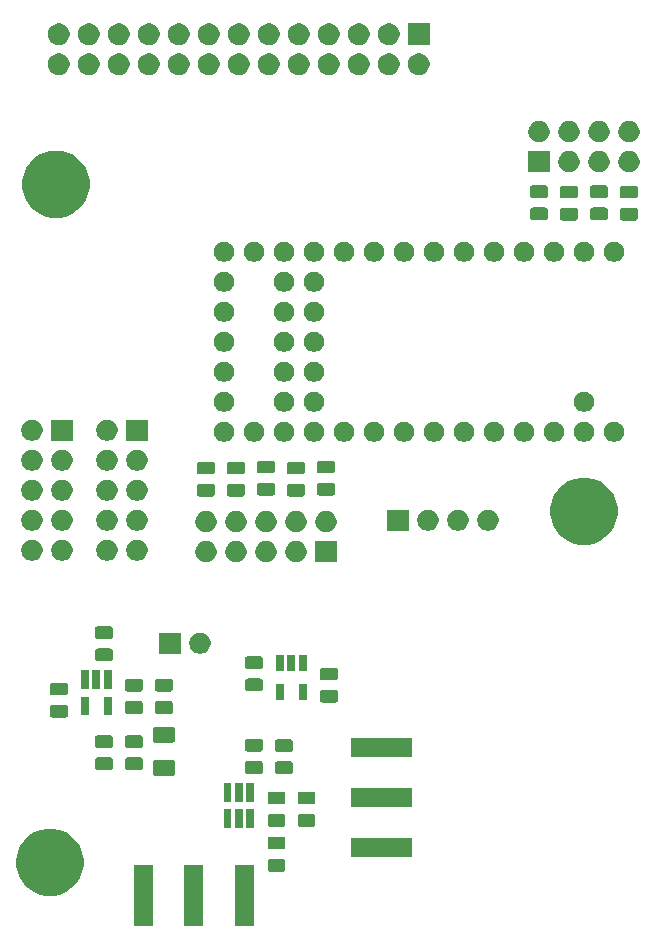
<source format=gbr>
G04 #@! TF.GenerationSoftware,KiCad,Pcbnew,(5.1.5)-3*
G04 #@! TF.CreationDate,2020-06-18T11:59:14-04:00*
G04 #@! TF.ProjectId,red_pitaya_shield,7265645f-7069-4746-9179-615f73686965,rev?*
G04 #@! TF.SameCoordinates,Original*
G04 #@! TF.FileFunction,Soldermask,Top*
G04 #@! TF.FilePolarity,Negative*
%FSLAX46Y46*%
G04 Gerber Fmt 4.6, Leading zero omitted, Abs format (unit mm)*
G04 Created by KiCad (PCBNEW (5.1.5)-3) date 2020-06-18 11:59:14*
%MOMM*%
%LPD*%
G04 APERTURE LIST*
%ADD10C,0.100000*%
G04 APERTURE END LIST*
D10*
G36*
X210791000Y-127051000D02*
G01*
X209189000Y-127051000D01*
X209189000Y-121869000D01*
X210791000Y-121869000D01*
X210791000Y-127051000D01*
G37*
G36*
X206541000Y-127051000D02*
G01*
X204939000Y-127051000D01*
X204939000Y-121869000D01*
X206541000Y-121869000D01*
X206541000Y-127051000D01*
G37*
G36*
X202291000Y-127051000D02*
G01*
X200689000Y-127051000D01*
X200689000Y-121869000D01*
X202291000Y-121869000D01*
X202291000Y-127051000D01*
G37*
G36*
X194379606Y-118924562D02*
G01*
X194898455Y-119139476D01*
X195365407Y-119451484D01*
X195762516Y-119848593D01*
X196074524Y-120315545D01*
X196185514Y-120583500D01*
X196289438Y-120834395D01*
X196373301Y-121256000D01*
X196399000Y-121385201D01*
X196399000Y-121946799D01*
X196289438Y-122497606D01*
X196074524Y-123016455D01*
X195762516Y-123483407D01*
X195365407Y-123880516D01*
X194898455Y-124192524D01*
X194379606Y-124407438D01*
X193828800Y-124517000D01*
X193267200Y-124517000D01*
X192716394Y-124407438D01*
X192197545Y-124192524D01*
X191730593Y-123880516D01*
X191333484Y-123483407D01*
X191021476Y-123016455D01*
X190806562Y-122497606D01*
X190697000Y-121946799D01*
X190697000Y-121385201D01*
X190722700Y-121256000D01*
X190806562Y-120834395D01*
X190910486Y-120583500D01*
X191021476Y-120315545D01*
X191333484Y-119848593D01*
X191730593Y-119451484D01*
X192197545Y-119139476D01*
X192716394Y-118924562D01*
X193267200Y-118815000D01*
X193828800Y-118815000D01*
X194379606Y-118924562D01*
G37*
G36*
X213309468Y-121386065D02*
G01*
X213348138Y-121397796D01*
X213383777Y-121416846D01*
X213415017Y-121442483D01*
X213440654Y-121473723D01*
X213459704Y-121509362D01*
X213471435Y-121548032D01*
X213476000Y-121594388D01*
X213476000Y-122245612D01*
X213471435Y-122291968D01*
X213459704Y-122330638D01*
X213440654Y-122366277D01*
X213415017Y-122397517D01*
X213383777Y-122423154D01*
X213348138Y-122442204D01*
X213309468Y-122453935D01*
X213263112Y-122458500D01*
X212186888Y-122458500D01*
X212140532Y-122453935D01*
X212101862Y-122442204D01*
X212066223Y-122423154D01*
X212034983Y-122397517D01*
X212009346Y-122366277D01*
X211990296Y-122330638D01*
X211978565Y-122291968D01*
X211974000Y-122245612D01*
X211974000Y-121594388D01*
X211978565Y-121548032D01*
X211990296Y-121509362D01*
X212009346Y-121473723D01*
X212034983Y-121442483D01*
X212066223Y-121416846D01*
X212101862Y-121397796D01*
X212140532Y-121386065D01*
X212186888Y-121381500D01*
X213263112Y-121381500D01*
X213309468Y-121386065D01*
G37*
G36*
X224206000Y-121256000D02*
G01*
X219024000Y-121256000D01*
X219024000Y-119654000D01*
X224206000Y-119654000D01*
X224206000Y-121256000D01*
G37*
G36*
X213309468Y-119511065D02*
G01*
X213348138Y-119522796D01*
X213383777Y-119541846D01*
X213415017Y-119567483D01*
X213440654Y-119598723D01*
X213459704Y-119634362D01*
X213471435Y-119673032D01*
X213476000Y-119719388D01*
X213476000Y-120370612D01*
X213471435Y-120416968D01*
X213459704Y-120455638D01*
X213440654Y-120491277D01*
X213415017Y-120522517D01*
X213383777Y-120548154D01*
X213348138Y-120567204D01*
X213309468Y-120578935D01*
X213263112Y-120583500D01*
X212186888Y-120583500D01*
X212140532Y-120578935D01*
X212101862Y-120567204D01*
X212066223Y-120548154D01*
X212034983Y-120522517D01*
X212009346Y-120491277D01*
X211990296Y-120455638D01*
X211978565Y-120416968D01*
X211974000Y-120370612D01*
X211974000Y-119719388D01*
X211978565Y-119673032D01*
X211990296Y-119634362D01*
X212009346Y-119598723D01*
X212034983Y-119567483D01*
X212066223Y-119541846D01*
X212101862Y-119522796D01*
X212140532Y-119511065D01*
X212186888Y-119506500D01*
X213263112Y-119506500D01*
X213309468Y-119511065D01*
G37*
G36*
X210816401Y-118746600D02*
G01*
X210183601Y-118746600D01*
X210183601Y-117133400D01*
X210816401Y-117133400D01*
X210816401Y-118746600D01*
G37*
G36*
X209866400Y-118746600D02*
G01*
X209233600Y-118746600D01*
X209233600Y-117133400D01*
X209866400Y-117133400D01*
X209866400Y-118746600D01*
G37*
G36*
X208916399Y-118746600D02*
G01*
X208283599Y-118746600D01*
X208283599Y-117133400D01*
X208916399Y-117133400D01*
X208916399Y-118746600D01*
G37*
G36*
X213309468Y-117576065D02*
G01*
X213348138Y-117587796D01*
X213383777Y-117606846D01*
X213415017Y-117632483D01*
X213440654Y-117663723D01*
X213459704Y-117699362D01*
X213471435Y-117738032D01*
X213476000Y-117784388D01*
X213476000Y-118435612D01*
X213471435Y-118481968D01*
X213459704Y-118520638D01*
X213440654Y-118556277D01*
X213415017Y-118587517D01*
X213383777Y-118613154D01*
X213348138Y-118632204D01*
X213309468Y-118643935D01*
X213263112Y-118648500D01*
X212186888Y-118648500D01*
X212140532Y-118643935D01*
X212101862Y-118632204D01*
X212066223Y-118613154D01*
X212034983Y-118587517D01*
X212009346Y-118556277D01*
X211990296Y-118520638D01*
X211978565Y-118481968D01*
X211974000Y-118435612D01*
X211974000Y-117784388D01*
X211978565Y-117738032D01*
X211990296Y-117699362D01*
X212009346Y-117663723D01*
X212034983Y-117632483D01*
X212066223Y-117606846D01*
X212101862Y-117587796D01*
X212140532Y-117576065D01*
X212186888Y-117571500D01*
X213263112Y-117571500D01*
X213309468Y-117576065D01*
G37*
G36*
X215849468Y-117576065D02*
G01*
X215888138Y-117587796D01*
X215923777Y-117606846D01*
X215955017Y-117632483D01*
X215980654Y-117663723D01*
X215999704Y-117699362D01*
X216011435Y-117738032D01*
X216016000Y-117784388D01*
X216016000Y-118435612D01*
X216011435Y-118481968D01*
X215999704Y-118520638D01*
X215980654Y-118556277D01*
X215955017Y-118587517D01*
X215923777Y-118613154D01*
X215888138Y-118632204D01*
X215849468Y-118643935D01*
X215803112Y-118648500D01*
X214726888Y-118648500D01*
X214680532Y-118643935D01*
X214641862Y-118632204D01*
X214606223Y-118613154D01*
X214574983Y-118587517D01*
X214549346Y-118556277D01*
X214530296Y-118520638D01*
X214518565Y-118481968D01*
X214514000Y-118435612D01*
X214514000Y-117784388D01*
X214518565Y-117738032D01*
X214530296Y-117699362D01*
X214549346Y-117663723D01*
X214574983Y-117632483D01*
X214606223Y-117606846D01*
X214641862Y-117587796D01*
X214680532Y-117576065D01*
X214726888Y-117571500D01*
X215803112Y-117571500D01*
X215849468Y-117576065D01*
G37*
G36*
X224206000Y-117006000D02*
G01*
X219024000Y-117006000D01*
X219024000Y-115404000D01*
X224206000Y-115404000D01*
X224206000Y-117006000D01*
G37*
G36*
X213309468Y-115701065D02*
G01*
X213348138Y-115712796D01*
X213383777Y-115731846D01*
X213415017Y-115757483D01*
X213440654Y-115788723D01*
X213459704Y-115824362D01*
X213471435Y-115863032D01*
X213476000Y-115909388D01*
X213476000Y-116560612D01*
X213471435Y-116606968D01*
X213459704Y-116645638D01*
X213440654Y-116681277D01*
X213415017Y-116712517D01*
X213383777Y-116738154D01*
X213348138Y-116757204D01*
X213309468Y-116768935D01*
X213263112Y-116773500D01*
X212186888Y-116773500D01*
X212140532Y-116768935D01*
X212101862Y-116757204D01*
X212066223Y-116738154D01*
X212034983Y-116712517D01*
X212009346Y-116681277D01*
X211990296Y-116645638D01*
X211978565Y-116606968D01*
X211974000Y-116560612D01*
X211974000Y-115909388D01*
X211978565Y-115863032D01*
X211990296Y-115824362D01*
X212009346Y-115788723D01*
X212034983Y-115757483D01*
X212066223Y-115731846D01*
X212101862Y-115712796D01*
X212140532Y-115701065D01*
X212186888Y-115696500D01*
X213263112Y-115696500D01*
X213309468Y-115701065D01*
G37*
G36*
X215849468Y-115701065D02*
G01*
X215888138Y-115712796D01*
X215923777Y-115731846D01*
X215955017Y-115757483D01*
X215980654Y-115788723D01*
X215999704Y-115824362D01*
X216011435Y-115863032D01*
X216016000Y-115909388D01*
X216016000Y-116560612D01*
X216011435Y-116606968D01*
X215999704Y-116645638D01*
X215980654Y-116681277D01*
X215955017Y-116712517D01*
X215923777Y-116738154D01*
X215888138Y-116757204D01*
X215849468Y-116768935D01*
X215803112Y-116773500D01*
X214726888Y-116773500D01*
X214680532Y-116768935D01*
X214641862Y-116757204D01*
X214606223Y-116738154D01*
X214574983Y-116712517D01*
X214549346Y-116681277D01*
X214530296Y-116645638D01*
X214518565Y-116606968D01*
X214514000Y-116560612D01*
X214514000Y-115909388D01*
X214518565Y-115863032D01*
X214530296Y-115824362D01*
X214549346Y-115788723D01*
X214574983Y-115757483D01*
X214606223Y-115731846D01*
X214641862Y-115712796D01*
X214680532Y-115701065D01*
X214726888Y-115696500D01*
X215803112Y-115696500D01*
X215849468Y-115701065D01*
G37*
G36*
X209866400Y-116546600D02*
G01*
X209233600Y-116546600D01*
X209233600Y-114933400D01*
X209866400Y-114933400D01*
X209866400Y-116546600D01*
G37*
G36*
X210816401Y-116546600D02*
G01*
X210183601Y-116546600D01*
X210183601Y-114933400D01*
X210816401Y-114933400D01*
X210816401Y-116546600D01*
G37*
G36*
X208916399Y-116546600D02*
G01*
X208283599Y-116546600D01*
X208283599Y-114933400D01*
X208916399Y-114933400D01*
X208916399Y-116546600D01*
G37*
G36*
X203968604Y-112993347D02*
G01*
X204005144Y-113004432D01*
X204038821Y-113022433D01*
X204068341Y-113046659D01*
X204092567Y-113076179D01*
X204110568Y-113109856D01*
X204121653Y-113146396D01*
X204126000Y-113190538D01*
X204126000Y-114139462D01*
X204121653Y-114183604D01*
X204110568Y-114220144D01*
X204092567Y-114253821D01*
X204068341Y-114283341D01*
X204038821Y-114307567D01*
X204005144Y-114325568D01*
X203968604Y-114336653D01*
X203924462Y-114341000D01*
X202475538Y-114341000D01*
X202431396Y-114336653D01*
X202394856Y-114325568D01*
X202361179Y-114307567D01*
X202331659Y-114283341D01*
X202307433Y-114253821D01*
X202289432Y-114220144D01*
X202278347Y-114183604D01*
X202274000Y-114139462D01*
X202274000Y-113190538D01*
X202278347Y-113146396D01*
X202289432Y-113109856D01*
X202307433Y-113076179D01*
X202331659Y-113046659D01*
X202361179Y-113022433D01*
X202394856Y-113004432D01*
X202431396Y-112993347D01*
X202475538Y-112989000D01*
X203924462Y-112989000D01*
X203968604Y-112993347D01*
G37*
G36*
X213944468Y-113131065D02*
G01*
X213983138Y-113142796D01*
X214018777Y-113161846D01*
X214050017Y-113187483D01*
X214075654Y-113218723D01*
X214094704Y-113254362D01*
X214106435Y-113293032D01*
X214111000Y-113339388D01*
X214111000Y-113990612D01*
X214106435Y-114036968D01*
X214094704Y-114075638D01*
X214075654Y-114111277D01*
X214050017Y-114142517D01*
X214018777Y-114168154D01*
X213983138Y-114187204D01*
X213944468Y-114198935D01*
X213898112Y-114203500D01*
X212821888Y-114203500D01*
X212775532Y-114198935D01*
X212736862Y-114187204D01*
X212701223Y-114168154D01*
X212669983Y-114142517D01*
X212644346Y-114111277D01*
X212625296Y-114075638D01*
X212613565Y-114036968D01*
X212609000Y-113990612D01*
X212609000Y-113339388D01*
X212613565Y-113293032D01*
X212625296Y-113254362D01*
X212644346Y-113218723D01*
X212669983Y-113187483D01*
X212701223Y-113161846D01*
X212736862Y-113142796D01*
X212775532Y-113131065D01*
X212821888Y-113126500D01*
X213898112Y-113126500D01*
X213944468Y-113131065D01*
G37*
G36*
X211404468Y-113101065D02*
G01*
X211443138Y-113112796D01*
X211478777Y-113131846D01*
X211510017Y-113157483D01*
X211535654Y-113188723D01*
X211554704Y-113224362D01*
X211566435Y-113263032D01*
X211571000Y-113309388D01*
X211571000Y-113960612D01*
X211566435Y-114006968D01*
X211554704Y-114045638D01*
X211535654Y-114081277D01*
X211510017Y-114112517D01*
X211478777Y-114138154D01*
X211443138Y-114157204D01*
X211404468Y-114168935D01*
X211358112Y-114173500D01*
X210281888Y-114173500D01*
X210235532Y-114168935D01*
X210196862Y-114157204D01*
X210161223Y-114138154D01*
X210129983Y-114112517D01*
X210104346Y-114081277D01*
X210085296Y-114045638D01*
X210073565Y-114006968D01*
X210069000Y-113960612D01*
X210069000Y-113309388D01*
X210073565Y-113263032D01*
X210085296Y-113224362D01*
X210104346Y-113188723D01*
X210129983Y-113157483D01*
X210161223Y-113131846D01*
X210196862Y-113112796D01*
X210235532Y-113101065D01*
X210281888Y-113096500D01*
X211358112Y-113096500D01*
X211404468Y-113101065D01*
G37*
G36*
X201244468Y-112798565D02*
G01*
X201283138Y-112810296D01*
X201318777Y-112829346D01*
X201350017Y-112854983D01*
X201375654Y-112886223D01*
X201394704Y-112921862D01*
X201406435Y-112960532D01*
X201411000Y-113006888D01*
X201411000Y-113658112D01*
X201406435Y-113704468D01*
X201394704Y-113743138D01*
X201375654Y-113778777D01*
X201350017Y-113810017D01*
X201318777Y-113835654D01*
X201283138Y-113854704D01*
X201244468Y-113866435D01*
X201198112Y-113871000D01*
X200121888Y-113871000D01*
X200075532Y-113866435D01*
X200036862Y-113854704D01*
X200001223Y-113835654D01*
X199969983Y-113810017D01*
X199944346Y-113778777D01*
X199925296Y-113743138D01*
X199913565Y-113704468D01*
X199909000Y-113658112D01*
X199909000Y-113006888D01*
X199913565Y-112960532D01*
X199925296Y-112921862D01*
X199944346Y-112886223D01*
X199969983Y-112854983D01*
X200001223Y-112829346D01*
X200036862Y-112810296D01*
X200075532Y-112798565D01*
X200121888Y-112794000D01*
X201198112Y-112794000D01*
X201244468Y-112798565D01*
G37*
G36*
X198704468Y-112798565D02*
G01*
X198743138Y-112810296D01*
X198778777Y-112829346D01*
X198810017Y-112854983D01*
X198835654Y-112886223D01*
X198854704Y-112921862D01*
X198866435Y-112960532D01*
X198871000Y-113006888D01*
X198871000Y-113658112D01*
X198866435Y-113704468D01*
X198854704Y-113743138D01*
X198835654Y-113778777D01*
X198810017Y-113810017D01*
X198778777Y-113835654D01*
X198743138Y-113854704D01*
X198704468Y-113866435D01*
X198658112Y-113871000D01*
X197581888Y-113871000D01*
X197535532Y-113866435D01*
X197496862Y-113854704D01*
X197461223Y-113835654D01*
X197429983Y-113810017D01*
X197404346Y-113778777D01*
X197385296Y-113743138D01*
X197373565Y-113704468D01*
X197369000Y-113658112D01*
X197369000Y-113006888D01*
X197373565Y-112960532D01*
X197385296Y-112921862D01*
X197404346Y-112886223D01*
X197429983Y-112854983D01*
X197461223Y-112829346D01*
X197496862Y-112810296D01*
X197535532Y-112798565D01*
X197581888Y-112794000D01*
X198658112Y-112794000D01*
X198704468Y-112798565D01*
G37*
G36*
X224206000Y-112756000D02*
G01*
X219024000Y-112756000D01*
X219024000Y-111154000D01*
X224206000Y-111154000D01*
X224206000Y-112756000D01*
G37*
G36*
X213944468Y-111256065D02*
G01*
X213983138Y-111267796D01*
X214018777Y-111286846D01*
X214050017Y-111312483D01*
X214075654Y-111343723D01*
X214094704Y-111379362D01*
X214106435Y-111418032D01*
X214111000Y-111464388D01*
X214111000Y-112115612D01*
X214106435Y-112161968D01*
X214094704Y-112200638D01*
X214075654Y-112236277D01*
X214050017Y-112267517D01*
X214018777Y-112293154D01*
X213983138Y-112312204D01*
X213944468Y-112323935D01*
X213898112Y-112328500D01*
X212821888Y-112328500D01*
X212775532Y-112323935D01*
X212736862Y-112312204D01*
X212701223Y-112293154D01*
X212669983Y-112267517D01*
X212644346Y-112236277D01*
X212625296Y-112200638D01*
X212613565Y-112161968D01*
X212609000Y-112115612D01*
X212609000Y-111464388D01*
X212613565Y-111418032D01*
X212625296Y-111379362D01*
X212644346Y-111343723D01*
X212669983Y-111312483D01*
X212701223Y-111286846D01*
X212736862Y-111267796D01*
X212775532Y-111256065D01*
X212821888Y-111251500D01*
X213898112Y-111251500D01*
X213944468Y-111256065D01*
G37*
G36*
X211404468Y-111226065D02*
G01*
X211443138Y-111237796D01*
X211478777Y-111256846D01*
X211510017Y-111282483D01*
X211535654Y-111313723D01*
X211554704Y-111349362D01*
X211566435Y-111388032D01*
X211571000Y-111434388D01*
X211571000Y-112085612D01*
X211566435Y-112131968D01*
X211554704Y-112170638D01*
X211535654Y-112206277D01*
X211510017Y-112237517D01*
X211478777Y-112263154D01*
X211443138Y-112282204D01*
X211404468Y-112293935D01*
X211358112Y-112298500D01*
X210281888Y-112298500D01*
X210235532Y-112293935D01*
X210196862Y-112282204D01*
X210161223Y-112263154D01*
X210129983Y-112237517D01*
X210104346Y-112206277D01*
X210085296Y-112170638D01*
X210073565Y-112131968D01*
X210069000Y-112085612D01*
X210069000Y-111434388D01*
X210073565Y-111388032D01*
X210085296Y-111349362D01*
X210104346Y-111313723D01*
X210129983Y-111282483D01*
X210161223Y-111256846D01*
X210196862Y-111237796D01*
X210235532Y-111226065D01*
X210281888Y-111221500D01*
X211358112Y-111221500D01*
X211404468Y-111226065D01*
G37*
G36*
X198704468Y-110923565D02*
G01*
X198743138Y-110935296D01*
X198778777Y-110954346D01*
X198810017Y-110979983D01*
X198835654Y-111011223D01*
X198854704Y-111046862D01*
X198866435Y-111085532D01*
X198871000Y-111131888D01*
X198871000Y-111783112D01*
X198866435Y-111829468D01*
X198854704Y-111868138D01*
X198835654Y-111903777D01*
X198810017Y-111935017D01*
X198778777Y-111960654D01*
X198743138Y-111979704D01*
X198704468Y-111991435D01*
X198658112Y-111996000D01*
X197581888Y-111996000D01*
X197535532Y-111991435D01*
X197496862Y-111979704D01*
X197461223Y-111960654D01*
X197429983Y-111935017D01*
X197404346Y-111903777D01*
X197385296Y-111868138D01*
X197373565Y-111829468D01*
X197369000Y-111783112D01*
X197369000Y-111131888D01*
X197373565Y-111085532D01*
X197385296Y-111046862D01*
X197404346Y-111011223D01*
X197429983Y-110979983D01*
X197461223Y-110954346D01*
X197496862Y-110935296D01*
X197535532Y-110923565D01*
X197581888Y-110919000D01*
X198658112Y-110919000D01*
X198704468Y-110923565D01*
G37*
G36*
X201244468Y-110923565D02*
G01*
X201283138Y-110935296D01*
X201318777Y-110954346D01*
X201350017Y-110979983D01*
X201375654Y-111011223D01*
X201394704Y-111046862D01*
X201406435Y-111085532D01*
X201411000Y-111131888D01*
X201411000Y-111783112D01*
X201406435Y-111829468D01*
X201394704Y-111868138D01*
X201375654Y-111903777D01*
X201350017Y-111935017D01*
X201318777Y-111960654D01*
X201283138Y-111979704D01*
X201244468Y-111991435D01*
X201198112Y-111996000D01*
X200121888Y-111996000D01*
X200075532Y-111991435D01*
X200036862Y-111979704D01*
X200001223Y-111960654D01*
X199969983Y-111935017D01*
X199944346Y-111903777D01*
X199925296Y-111868138D01*
X199913565Y-111829468D01*
X199909000Y-111783112D01*
X199909000Y-111131888D01*
X199913565Y-111085532D01*
X199925296Y-111046862D01*
X199944346Y-111011223D01*
X199969983Y-110979983D01*
X200001223Y-110954346D01*
X200036862Y-110935296D01*
X200075532Y-110923565D01*
X200121888Y-110919000D01*
X201198112Y-110919000D01*
X201244468Y-110923565D01*
G37*
G36*
X203968604Y-110193347D02*
G01*
X204005144Y-110204432D01*
X204038821Y-110222433D01*
X204068341Y-110246659D01*
X204092567Y-110276179D01*
X204110568Y-110309856D01*
X204121653Y-110346396D01*
X204126000Y-110390538D01*
X204126000Y-111339462D01*
X204121653Y-111383604D01*
X204110568Y-111420144D01*
X204092567Y-111453821D01*
X204068341Y-111483341D01*
X204038821Y-111507567D01*
X204005144Y-111525568D01*
X203968604Y-111536653D01*
X203924462Y-111541000D01*
X202475538Y-111541000D01*
X202431396Y-111536653D01*
X202394856Y-111525568D01*
X202361179Y-111507567D01*
X202331659Y-111483341D01*
X202307433Y-111453821D01*
X202289432Y-111420144D01*
X202278347Y-111383604D01*
X202274000Y-111339462D01*
X202274000Y-110390538D01*
X202278347Y-110346396D01*
X202289432Y-110309856D01*
X202307433Y-110276179D01*
X202331659Y-110246659D01*
X202361179Y-110222433D01*
X202394856Y-110204432D01*
X202431396Y-110193347D01*
X202475538Y-110189000D01*
X203924462Y-110189000D01*
X203968604Y-110193347D01*
G37*
G36*
X194894468Y-108353565D02*
G01*
X194933138Y-108365296D01*
X194968777Y-108384346D01*
X195000017Y-108409983D01*
X195025654Y-108441223D01*
X195044704Y-108476862D01*
X195056435Y-108515532D01*
X195061000Y-108561888D01*
X195061000Y-109213112D01*
X195056435Y-109259468D01*
X195044704Y-109298138D01*
X195025654Y-109333777D01*
X195000017Y-109365017D01*
X194968777Y-109390654D01*
X194933138Y-109409704D01*
X194894468Y-109421435D01*
X194848112Y-109426000D01*
X193771888Y-109426000D01*
X193725532Y-109421435D01*
X193686862Y-109409704D01*
X193651223Y-109390654D01*
X193619983Y-109365017D01*
X193594346Y-109333777D01*
X193575296Y-109298138D01*
X193563565Y-109259468D01*
X193559000Y-109213112D01*
X193559000Y-108561888D01*
X193563565Y-108515532D01*
X193575296Y-108476862D01*
X193594346Y-108441223D01*
X193619983Y-108409983D01*
X193651223Y-108384346D01*
X193686862Y-108365296D01*
X193725532Y-108353565D01*
X193771888Y-108349000D01*
X194848112Y-108349000D01*
X194894468Y-108353565D01*
G37*
G36*
X198765401Y-109220200D02*
G01*
X198104601Y-109220200D01*
X198104601Y-107645000D01*
X198765401Y-107645000D01*
X198765401Y-109220200D01*
G37*
G36*
X196865399Y-109220200D02*
G01*
X196204599Y-109220200D01*
X196204599Y-107645000D01*
X196865399Y-107645000D01*
X196865399Y-109220200D01*
G37*
G36*
X203784468Y-108021065D02*
G01*
X203823138Y-108032796D01*
X203858777Y-108051846D01*
X203890017Y-108077483D01*
X203915654Y-108108723D01*
X203934704Y-108144362D01*
X203946435Y-108183032D01*
X203951000Y-108229388D01*
X203951000Y-108880612D01*
X203946435Y-108926968D01*
X203934704Y-108965638D01*
X203915654Y-109001277D01*
X203890017Y-109032517D01*
X203858777Y-109058154D01*
X203823138Y-109077204D01*
X203784468Y-109088935D01*
X203738112Y-109093500D01*
X202661888Y-109093500D01*
X202615532Y-109088935D01*
X202576862Y-109077204D01*
X202541223Y-109058154D01*
X202509983Y-109032517D01*
X202484346Y-109001277D01*
X202465296Y-108965638D01*
X202453565Y-108926968D01*
X202449000Y-108880612D01*
X202449000Y-108229388D01*
X202453565Y-108183032D01*
X202465296Y-108144362D01*
X202484346Y-108108723D01*
X202509983Y-108077483D01*
X202541223Y-108051846D01*
X202576862Y-108032796D01*
X202615532Y-108021065D01*
X202661888Y-108016500D01*
X203738112Y-108016500D01*
X203784468Y-108021065D01*
G37*
G36*
X201244468Y-108021065D02*
G01*
X201283138Y-108032796D01*
X201318777Y-108051846D01*
X201350017Y-108077483D01*
X201375654Y-108108723D01*
X201394704Y-108144362D01*
X201406435Y-108183032D01*
X201411000Y-108229388D01*
X201411000Y-108880612D01*
X201406435Y-108926968D01*
X201394704Y-108965638D01*
X201375654Y-109001277D01*
X201350017Y-109032517D01*
X201318777Y-109058154D01*
X201283138Y-109077204D01*
X201244468Y-109088935D01*
X201198112Y-109093500D01*
X200121888Y-109093500D01*
X200075532Y-109088935D01*
X200036862Y-109077204D01*
X200001223Y-109058154D01*
X199969983Y-109032517D01*
X199944346Y-109001277D01*
X199925296Y-108965638D01*
X199913565Y-108926968D01*
X199909000Y-108880612D01*
X199909000Y-108229388D01*
X199913565Y-108183032D01*
X199925296Y-108144362D01*
X199944346Y-108108723D01*
X199969983Y-108077483D01*
X200001223Y-108051846D01*
X200036862Y-108032796D01*
X200075532Y-108021065D01*
X200121888Y-108016500D01*
X201198112Y-108016500D01*
X201244468Y-108021065D01*
G37*
G36*
X217754468Y-107083565D02*
G01*
X217793138Y-107095296D01*
X217828777Y-107114346D01*
X217860017Y-107139983D01*
X217885654Y-107171223D01*
X217904704Y-107206862D01*
X217916435Y-107245532D01*
X217921000Y-107291888D01*
X217921000Y-107943112D01*
X217916435Y-107989468D01*
X217904704Y-108028138D01*
X217885654Y-108063777D01*
X217860017Y-108095017D01*
X217828777Y-108120654D01*
X217793138Y-108139704D01*
X217754468Y-108151435D01*
X217708112Y-108156000D01*
X216631888Y-108156000D01*
X216585532Y-108151435D01*
X216546862Y-108139704D01*
X216511223Y-108120654D01*
X216479983Y-108095017D01*
X216454346Y-108063777D01*
X216435296Y-108028138D01*
X216423565Y-107989468D01*
X216419000Y-107943112D01*
X216419000Y-107291888D01*
X216423565Y-107245532D01*
X216435296Y-107206862D01*
X216454346Y-107171223D01*
X216479983Y-107139983D01*
X216511223Y-107114346D01*
X216546862Y-107095296D01*
X216585532Y-107083565D01*
X216631888Y-107079000D01*
X217708112Y-107079000D01*
X217754468Y-107083565D01*
G37*
G36*
X215277900Y-107950200D02*
G01*
X214617100Y-107950200D01*
X214617100Y-106578200D01*
X215277900Y-106578200D01*
X215277900Y-107950200D01*
G37*
G36*
X213372900Y-107950200D02*
G01*
X212712100Y-107950200D01*
X212712100Y-106578200D01*
X213372900Y-106578200D01*
X213372900Y-107950200D01*
G37*
G36*
X194894468Y-106478565D02*
G01*
X194933138Y-106490296D01*
X194968777Y-106509346D01*
X195000017Y-106534983D01*
X195025654Y-106566223D01*
X195044704Y-106601862D01*
X195056435Y-106640532D01*
X195061000Y-106686888D01*
X195061000Y-107338112D01*
X195056435Y-107384468D01*
X195044704Y-107423138D01*
X195025654Y-107458777D01*
X195000017Y-107490017D01*
X194968777Y-107515654D01*
X194933138Y-107534704D01*
X194894468Y-107546435D01*
X194848112Y-107551000D01*
X193771888Y-107551000D01*
X193725532Y-107546435D01*
X193686862Y-107534704D01*
X193651223Y-107515654D01*
X193619983Y-107490017D01*
X193594346Y-107458777D01*
X193575296Y-107423138D01*
X193563565Y-107384468D01*
X193559000Y-107338112D01*
X193559000Y-106686888D01*
X193563565Y-106640532D01*
X193575296Y-106601862D01*
X193594346Y-106566223D01*
X193619983Y-106534983D01*
X193651223Y-106509346D01*
X193686862Y-106490296D01*
X193725532Y-106478565D01*
X193771888Y-106474000D01*
X194848112Y-106474000D01*
X194894468Y-106478565D01*
G37*
G36*
X201244468Y-106146065D02*
G01*
X201283138Y-106157796D01*
X201318777Y-106176846D01*
X201350017Y-106202483D01*
X201375654Y-106233723D01*
X201394704Y-106269362D01*
X201406435Y-106308032D01*
X201411000Y-106354388D01*
X201411000Y-107005612D01*
X201406435Y-107051968D01*
X201394704Y-107090638D01*
X201375654Y-107126277D01*
X201350017Y-107157517D01*
X201318777Y-107183154D01*
X201283138Y-107202204D01*
X201244468Y-107213935D01*
X201198112Y-107218500D01*
X200121888Y-107218500D01*
X200075532Y-107213935D01*
X200036862Y-107202204D01*
X200001223Y-107183154D01*
X199969983Y-107157517D01*
X199944346Y-107126277D01*
X199925296Y-107090638D01*
X199913565Y-107051968D01*
X199909000Y-107005612D01*
X199909000Y-106354388D01*
X199913565Y-106308032D01*
X199925296Y-106269362D01*
X199944346Y-106233723D01*
X199969983Y-106202483D01*
X200001223Y-106176846D01*
X200036862Y-106157796D01*
X200075532Y-106146065D01*
X200121888Y-106141500D01*
X201198112Y-106141500D01*
X201244468Y-106146065D01*
G37*
G36*
X203784468Y-106146065D02*
G01*
X203823138Y-106157796D01*
X203858777Y-106176846D01*
X203890017Y-106202483D01*
X203915654Y-106233723D01*
X203934704Y-106269362D01*
X203946435Y-106308032D01*
X203951000Y-106354388D01*
X203951000Y-107005612D01*
X203946435Y-107051968D01*
X203934704Y-107090638D01*
X203915654Y-107126277D01*
X203890017Y-107157517D01*
X203858777Y-107183154D01*
X203823138Y-107202204D01*
X203784468Y-107213935D01*
X203738112Y-107218500D01*
X202661888Y-107218500D01*
X202615532Y-107213935D01*
X202576862Y-107202204D01*
X202541223Y-107183154D01*
X202509983Y-107157517D01*
X202484346Y-107126277D01*
X202465296Y-107090638D01*
X202453565Y-107051968D01*
X202449000Y-107005612D01*
X202449000Y-106354388D01*
X202453565Y-106308032D01*
X202465296Y-106269362D01*
X202484346Y-106233723D01*
X202509983Y-106202483D01*
X202541223Y-106176846D01*
X202576862Y-106157796D01*
X202615532Y-106146065D01*
X202661888Y-106141500D01*
X203738112Y-106141500D01*
X203784468Y-106146065D01*
G37*
G36*
X211404468Y-106116065D02*
G01*
X211443138Y-106127796D01*
X211478777Y-106146846D01*
X211510017Y-106172483D01*
X211535654Y-106203723D01*
X211554704Y-106239362D01*
X211566435Y-106278032D01*
X211571000Y-106324388D01*
X211571000Y-106975612D01*
X211566435Y-107021968D01*
X211554704Y-107060638D01*
X211535654Y-107096277D01*
X211510017Y-107127517D01*
X211478777Y-107153154D01*
X211443138Y-107172204D01*
X211404468Y-107183935D01*
X211358112Y-107188500D01*
X210281888Y-107188500D01*
X210235532Y-107183935D01*
X210196862Y-107172204D01*
X210161223Y-107153154D01*
X210129983Y-107127517D01*
X210104346Y-107096277D01*
X210085296Y-107060638D01*
X210073565Y-107021968D01*
X210069000Y-106975612D01*
X210069000Y-106324388D01*
X210073565Y-106278032D01*
X210085296Y-106239362D01*
X210104346Y-106203723D01*
X210129983Y-106172483D01*
X210161223Y-106146846D01*
X210196862Y-106127796D01*
X210235532Y-106116065D01*
X210281888Y-106111500D01*
X211358112Y-106111500D01*
X211404468Y-106116065D01*
G37*
G36*
X198765401Y-106985000D02*
G01*
X198104601Y-106985000D01*
X198104601Y-105409800D01*
X198765401Y-105409800D01*
X198765401Y-106985000D01*
G37*
G36*
X197815400Y-106985000D02*
G01*
X197154600Y-106985000D01*
X197154600Y-105409800D01*
X197815400Y-105409800D01*
X197815400Y-106985000D01*
G37*
G36*
X196865399Y-106985000D02*
G01*
X196204599Y-106985000D01*
X196204599Y-105409800D01*
X196865399Y-105409800D01*
X196865399Y-106985000D01*
G37*
G36*
X217754468Y-105208565D02*
G01*
X217793138Y-105220296D01*
X217828777Y-105239346D01*
X217860017Y-105264983D01*
X217885654Y-105296223D01*
X217904704Y-105331862D01*
X217916435Y-105370532D01*
X217921000Y-105416888D01*
X217921000Y-106068112D01*
X217916435Y-106114468D01*
X217904704Y-106153138D01*
X217885654Y-106188777D01*
X217860017Y-106220017D01*
X217828777Y-106245654D01*
X217793138Y-106264704D01*
X217754468Y-106276435D01*
X217708112Y-106281000D01*
X216631888Y-106281000D01*
X216585532Y-106276435D01*
X216546862Y-106264704D01*
X216511223Y-106245654D01*
X216479983Y-106220017D01*
X216454346Y-106188777D01*
X216435296Y-106153138D01*
X216423565Y-106114468D01*
X216419000Y-106068112D01*
X216419000Y-105416888D01*
X216423565Y-105370532D01*
X216435296Y-105331862D01*
X216454346Y-105296223D01*
X216479983Y-105264983D01*
X216511223Y-105239346D01*
X216546862Y-105220296D01*
X216585532Y-105208565D01*
X216631888Y-105204000D01*
X217708112Y-105204000D01*
X217754468Y-105208565D01*
G37*
G36*
X213372900Y-105511800D02*
G01*
X212712100Y-105511800D01*
X212712100Y-104139800D01*
X213372900Y-104139800D01*
X213372900Y-105511800D01*
G37*
G36*
X215277900Y-105511800D02*
G01*
X214617100Y-105511800D01*
X214617100Y-104139800D01*
X215277900Y-104139800D01*
X215277900Y-105511800D01*
G37*
G36*
X214325400Y-105511800D02*
G01*
X213664600Y-105511800D01*
X213664600Y-104139800D01*
X214325400Y-104139800D01*
X214325400Y-105511800D01*
G37*
G36*
X211404468Y-104241065D02*
G01*
X211443138Y-104252796D01*
X211478777Y-104271846D01*
X211510017Y-104297483D01*
X211535654Y-104328723D01*
X211554704Y-104364362D01*
X211566435Y-104403032D01*
X211571000Y-104449388D01*
X211571000Y-105100612D01*
X211566435Y-105146968D01*
X211554704Y-105185638D01*
X211535654Y-105221277D01*
X211510017Y-105252517D01*
X211478777Y-105278154D01*
X211443138Y-105297204D01*
X211404468Y-105308935D01*
X211358112Y-105313500D01*
X210281888Y-105313500D01*
X210235532Y-105308935D01*
X210196862Y-105297204D01*
X210161223Y-105278154D01*
X210129983Y-105252517D01*
X210104346Y-105221277D01*
X210085296Y-105185638D01*
X210073565Y-105146968D01*
X210069000Y-105100612D01*
X210069000Y-104449388D01*
X210073565Y-104403032D01*
X210085296Y-104364362D01*
X210104346Y-104328723D01*
X210129983Y-104297483D01*
X210161223Y-104271846D01*
X210196862Y-104252796D01*
X210235532Y-104241065D01*
X210281888Y-104236500D01*
X211358112Y-104236500D01*
X211404468Y-104241065D01*
G37*
G36*
X198704468Y-103576065D02*
G01*
X198743138Y-103587796D01*
X198778777Y-103606846D01*
X198810017Y-103632483D01*
X198835654Y-103663723D01*
X198854704Y-103699362D01*
X198866435Y-103738032D01*
X198871000Y-103784388D01*
X198871000Y-104435612D01*
X198866435Y-104481968D01*
X198854704Y-104520638D01*
X198835654Y-104556277D01*
X198810017Y-104587517D01*
X198778777Y-104613154D01*
X198743138Y-104632204D01*
X198704468Y-104643935D01*
X198658112Y-104648500D01*
X197581888Y-104648500D01*
X197535532Y-104643935D01*
X197496862Y-104632204D01*
X197461223Y-104613154D01*
X197429983Y-104587517D01*
X197404346Y-104556277D01*
X197385296Y-104520638D01*
X197373565Y-104481968D01*
X197369000Y-104435612D01*
X197369000Y-103784388D01*
X197373565Y-103738032D01*
X197385296Y-103699362D01*
X197404346Y-103663723D01*
X197429983Y-103632483D01*
X197461223Y-103606846D01*
X197496862Y-103587796D01*
X197535532Y-103576065D01*
X197581888Y-103571500D01*
X198658112Y-103571500D01*
X198704468Y-103576065D01*
G37*
G36*
X204609000Y-104025000D02*
G01*
X202807000Y-104025000D01*
X202807000Y-102223000D01*
X204609000Y-102223000D01*
X204609000Y-104025000D01*
G37*
G36*
X206361512Y-102227927D02*
G01*
X206510812Y-102257624D01*
X206674784Y-102325544D01*
X206822354Y-102424147D01*
X206947853Y-102549646D01*
X207046456Y-102697216D01*
X207114376Y-102861188D01*
X207149000Y-103035259D01*
X207149000Y-103212741D01*
X207114376Y-103386812D01*
X207046456Y-103550784D01*
X206947853Y-103698354D01*
X206822354Y-103823853D01*
X206674784Y-103922456D01*
X206510812Y-103990376D01*
X206361512Y-104020073D01*
X206336742Y-104025000D01*
X206159258Y-104025000D01*
X206134488Y-104020073D01*
X205985188Y-103990376D01*
X205821216Y-103922456D01*
X205673646Y-103823853D01*
X205548147Y-103698354D01*
X205449544Y-103550784D01*
X205381624Y-103386812D01*
X205347000Y-103212741D01*
X205347000Y-103035259D01*
X205381624Y-102861188D01*
X205449544Y-102697216D01*
X205548147Y-102549646D01*
X205673646Y-102424147D01*
X205821216Y-102325544D01*
X205985188Y-102257624D01*
X206134488Y-102227927D01*
X206159258Y-102223000D01*
X206336742Y-102223000D01*
X206361512Y-102227927D01*
G37*
G36*
X198704468Y-101701065D02*
G01*
X198743138Y-101712796D01*
X198778777Y-101731846D01*
X198810017Y-101757483D01*
X198835654Y-101788723D01*
X198854704Y-101824362D01*
X198866435Y-101863032D01*
X198871000Y-101909388D01*
X198871000Y-102560612D01*
X198866435Y-102606968D01*
X198854704Y-102645638D01*
X198835654Y-102681277D01*
X198810017Y-102712517D01*
X198778777Y-102738154D01*
X198743138Y-102757204D01*
X198704468Y-102768935D01*
X198658112Y-102773500D01*
X197581888Y-102773500D01*
X197535532Y-102768935D01*
X197496862Y-102757204D01*
X197461223Y-102738154D01*
X197429983Y-102712517D01*
X197404346Y-102681277D01*
X197385296Y-102645638D01*
X197373565Y-102606968D01*
X197369000Y-102560612D01*
X197369000Y-101909388D01*
X197373565Y-101863032D01*
X197385296Y-101824362D01*
X197404346Y-101788723D01*
X197429983Y-101757483D01*
X197461223Y-101731846D01*
X197496862Y-101712796D01*
X197535532Y-101701065D01*
X197581888Y-101696500D01*
X198658112Y-101696500D01*
X198704468Y-101701065D01*
G37*
G36*
X211949512Y-94480927D02*
G01*
X212098812Y-94510624D01*
X212262784Y-94578544D01*
X212410354Y-94677147D01*
X212535853Y-94802646D01*
X212634456Y-94950216D01*
X212702376Y-95114188D01*
X212737000Y-95288259D01*
X212737000Y-95465741D01*
X212702376Y-95639812D01*
X212634456Y-95803784D01*
X212535853Y-95951354D01*
X212410354Y-96076853D01*
X212262784Y-96175456D01*
X212098812Y-96243376D01*
X211949512Y-96273073D01*
X211924742Y-96278000D01*
X211747258Y-96278000D01*
X211722488Y-96273073D01*
X211573188Y-96243376D01*
X211409216Y-96175456D01*
X211261646Y-96076853D01*
X211136147Y-95951354D01*
X211037544Y-95803784D01*
X210969624Y-95639812D01*
X210935000Y-95465741D01*
X210935000Y-95288259D01*
X210969624Y-95114188D01*
X211037544Y-94950216D01*
X211136147Y-94802646D01*
X211261646Y-94677147D01*
X211409216Y-94578544D01*
X211573188Y-94510624D01*
X211722488Y-94480927D01*
X211747258Y-94476000D01*
X211924742Y-94476000D01*
X211949512Y-94480927D01*
G37*
G36*
X214489512Y-94480927D02*
G01*
X214638812Y-94510624D01*
X214802784Y-94578544D01*
X214950354Y-94677147D01*
X215075853Y-94802646D01*
X215174456Y-94950216D01*
X215242376Y-95114188D01*
X215277000Y-95288259D01*
X215277000Y-95465741D01*
X215242376Y-95639812D01*
X215174456Y-95803784D01*
X215075853Y-95951354D01*
X214950354Y-96076853D01*
X214802784Y-96175456D01*
X214638812Y-96243376D01*
X214489512Y-96273073D01*
X214464742Y-96278000D01*
X214287258Y-96278000D01*
X214262488Y-96273073D01*
X214113188Y-96243376D01*
X213949216Y-96175456D01*
X213801646Y-96076853D01*
X213676147Y-95951354D01*
X213577544Y-95803784D01*
X213509624Y-95639812D01*
X213475000Y-95465741D01*
X213475000Y-95288259D01*
X213509624Y-95114188D01*
X213577544Y-94950216D01*
X213676147Y-94802646D01*
X213801646Y-94677147D01*
X213949216Y-94578544D01*
X214113188Y-94510624D01*
X214262488Y-94480927D01*
X214287258Y-94476000D01*
X214464742Y-94476000D01*
X214489512Y-94480927D01*
G37*
G36*
X217817000Y-96278000D02*
G01*
X216015000Y-96278000D01*
X216015000Y-94476000D01*
X217817000Y-94476000D01*
X217817000Y-96278000D01*
G37*
G36*
X209409512Y-94480927D02*
G01*
X209558812Y-94510624D01*
X209722784Y-94578544D01*
X209870354Y-94677147D01*
X209995853Y-94802646D01*
X210094456Y-94950216D01*
X210162376Y-95114188D01*
X210197000Y-95288259D01*
X210197000Y-95465741D01*
X210162376Y-95639812D01*
X210094456Y-95803784D01*
X209995853Y-95951354D01*
X209870354Y-96076853D01*
X209722784Y-96175456D01*
X209558812Y-96243376D01*
X209409512Y-96273073D01*
X209384742Y-96278000D01*
X209207258Y-96278000D01*
X209182488Y-96273073D01*
X209033188Y-96243376D01*
X208869216Y-96175456D01*
X208721646Y-96076853D01*
X208596147Y-95951354D01*
X208497544Y-95803784D01*
X208429624Y-95639812D01*
X208395000Y-95465741D01*
X208395000Y-95288259D01*
X208429624Y-95114188D01*
X208497544Y-94950216D01*
X208596147Y-94802646D01*
X208721646Y-94677147D01*
X208869216Y-94578544D01*
X209033188Y-94510624D01*
X209182488Y-94480927D01*
X209207258Y-94476000D01*
X209384742Y-94476000D01*
X209409512Y-94480927D01*
G37*
G36*
X206869512Y-94480927D02*
G01*
X207018812Y-94510624D01*
X207182784Y-94578544D01*
X207330354Y-94677147D01*
X207455853Y-94802646D01*
X207554456Y-94950216D01*
X207622376Y-95114188D01*
X207657000Y-95288259D01*
X207657000Y-95465741D01*
X207622376Y-95639812D01*
X207554456Y-95803784D01*
X207455853Y-95951354D01*
X207330354Y-96076853D01*
X207182784Y-96175456D01*
X207018812Y-96243376D01*
X206869512Y-96273073D01*
X206844742Y-96278000D01*
X206667258Y-96278000D01*
X206642488Y-96273073D01*
X206493188Y-96243376D01*
X206329216Y-96175456D01*
X206181646Y-96076853D01*
X206056147Y-95951354D01*
X205957544Y-95803784D01*
X205889624Y-95639812D01*
X205855000Y-95465741D01*
X205855000Y-95288259D01*
X205889624Y-95114188D01*
X205957544Y-94950216D01*
X206056147Y-94802646D01*
X206181646Y-94677147D01*
X206329216Y-94578544D01*
X206493188Y-94510624D01*
X206642488Y-94480927D01*
X206667258Y-94476000D01*
X206844742Y-94476000D01*
X206869512Y-94480927D01*
G37*
G36*
X192137512Y-94353927D02*
G01*
X192286812Y-94383624D01*
X192450784Y-94451544D01*
X192598354Y-94550147D01*
X192723853Y-94675646D01*
X192822456Y-94823216D01*
X192890376Y-94987188D01*
X192925000Y-95161259D01*
X192925000Y-95338741D01*
X192890376Y-95512812D01*
X192822456Y-95676784D01*
X192723853Y-95824354D01*
X192598354Y-95949853D01*
X192450784Y-96048456D01*
X192286812Y-96116376D01*
X192137512Y-96146073D01*
X192112742Y-96151000D01*
X191935258Y-96151000D01*
X191910488Y-96146073D01*
X191761188Y-96116376D01*
X191597216Y-96048456D01*
X191449646Y-95949853D01*
X191324147Y-95824354D01*
X191225544Y-95676784D01*
X191157624Y-95512812D01*
X191123000Y-95338741D01*
X191123000Y-95161259D01*
X191157624Y-94987188D01*
X191225544Y-94823216D01*
X191324147Y-94675646D01*
X191449646Y-94550147D01*
X191597216Y-94451544D01*
X191761188Y-94383624D01*
X191910488Y-94353927D01*
X191935258Y-94349000D01*
X192112742Y-94349000D01*
X192137512Y-94353927D01*
G37*
G36*
X198487512Y-94353927D02*
G01*
X198636812Y-94383624D01*
X198800784Y-94451544D01*
X198948354Y-94550147D01*
X199073853Y-94675646D01*
X199172456Y-94823216D01*
X199240376Y-94987188D01*
X199275000Y-95161259D01*
X199275000Y-95338741D01*
X199240376Y-95512812D01*
X199172456Y-95676784D01*
X199073853Y-95824354D01*
X198948354Y-95949853D01*
X198800784Y-96048456D01*
X198636812Y-96116376D01*
X198487512Y-96146073D01*
X198462742Y-96151000D01*
X198285258Y-96151000D01*
X198260488Y-96146073D01*
X198111188Y-96116376D01*
X197947216Y-96048456D01*
X197799646Y-95949853D01*
X197674147Y-95824354D01*
X197575544Y-95676784D01*
X197507624Y-95512812D01*
X197473000Y-95338741D01*
X197473000Y-95161259D01*
X197507624Y-94987188D01*
X197575544Y-94823216D01*
X197674147Y-94675646D01*
X197799646Y-94550147D01*
X197947216Y-94451544D01*
X198111188Y-94383624D01*
X198260488Y-94353927D01*
X198285258Y-94349000D01*
X198462742Y-94349000D01*
X198487512Y-94353927D01*
G37*
G36*
X194677512Y-94353927D02*
G01*
X194826812Y-94383624D01*
X194990784Y-94451544D01*
X195138354Y-94550147D01*
X195263853Y-94675646D01*
X195362456Y-94823216D01*
X195430376Y-94987188D01*
X195465000Y-95161259D01*
X195465000Y-95338741D01*
X195430376Y-95512812D01*
X195362456Y-95676784D01*
X195263853Y-95824354D01*
X195138354Y-95949853D01*
X194990784Y-96048456D01*
X194826812Y-96116376D01*
X194677512Y-96146073D01*
X194652742Y-96151000D01*
X194475258Y-96151000D01*
X194450488Y-96146073D01*
X194301188Y-96116376D01*
X194137216Y-96048456D01*
X193989646Y-95949853D01*
X193864147Y-95824354D01*
X193765544Y-95676784D01*
X193697624Y-95512812D01*
X193663000Y-95338741D01*
X193663000Y-95161259D01*
X193697624Y-94987188D01*
X193765544Y-94823216D01*
X193864147Y-94675646D01*
X193989646Y-94550147D01*
X194137216Y-94451544D01*
X194301188Y-94383624D01*
X194450488Y-94353927D01*
X194475258Y-94349000D01*
X194652742Y-94349000D01*
X194677512Y-94353927D01*
G37*
G36*
X201027512Y-94353927D02*
G01*
X201176812Y-94383624D01*
X201340784Y-94451544D01*
X201488354Y-94550147D01*
X201613853Y-94675646D01*
X201712456Y-94823216D01*
X201780376Y-94987188D01*
X201815000Y-95161259D01*
X201815000Y-95338741D01*
X201780376Y-95512812D01*
X201712456Y-95676784D01*
X201613853Y-95824354D01*
X201488354Y-95949853D01*
X201340784Y-96048456D01*
X201176812Y-96116376D01*
X201027512Y-96146073D01*
X201002742Y-96151000D01*
X200825258Y-96151000D01*
X200800488Y-96146073D01*
X200651188Y-96116376D01*
X200487216Y-96048456D01*
X200339646Y-95949853D01*
X200214147Y-95824354D01*
X200115544Y-95676784D01*
X200047624Y-95512812D01*
X200013000Y-95338741D01*
X200013000Y-95161259D01*
X200047624Y-94987188D01*
X200115544Y-94823216D01*
X200214147Y-94675646D01*
X200339646Y-94550147D01*
X200487216Y-94451544D01*
X200651188Y-94383624D01*
X200800488Y-94353927D01*
X200825258Y-94349000D01*
X201002742Y-94349000D01*
X201027512Y-94353927D01*
G37*
G36*
X239591606Y-89206562D02*
G01*
X240110455Y-89421476D01*
X240431609Y-89636065D01*
X240556527Y-89719532D01*
X240577407Y-89733484D01*
X240974516Y-90130593D01*
X241286524Y-90597545D01*
X241482635Y-91071000D01*
X241501438Y-91116395D01*
X241611000Y-91667200D01*
X241611000Y-92228800D01*
X241574914Y-92410216D01*
X241501438Y-92779606D01*
X241286524Y-93298455D01*
X240974516Y-93765407D01*
X240577407Y-94162516D01*
X240110455Y-94474524D01*
X239591606Y-94689438D01*
X239040800Y-94799000D01*
X238479200Y-94799000D01*
X237928394Y-94689438D01*
X237409545Y-94474524D01*
X236942593Y-94162516D01*
X236545484Y-93765407D01*
X236233476Y-93298455D01*
X236018562Y-92779606D01*
X235945086Y-92410216D01*
X235909000Y-92228800D01*
X235909000Y-91667200D01*
X236018562Y-91116395D01*
X236037365Y-91071000D01*
X236233476Y-90597545D01*
X236545484Y-90130593D01*
X236942593Y-89733484D01*
X236963474Y-89719532D01*
X237088391Y-89636065D01*
X237409545Y-89421476D01*
X237928394Y-89206562D01*
X238479200Y-89097000D01*
X239040800Y-89097000D01*
X239591606Y-89206562D01*
G37*
G36*
X211949512Y-91940927D02*
G01*
X212098812Y-91970624D01*
X212262784Y-92038544D01*
X212410354Y-92137147D01*
X212535853Y-92262646D01*
X212634456Y-92410216D01*
X212702376Y-92574188D01*
X212737000Y-92748259D01*
X212737000Y-92925741D01*
X212702376Y-93099812D01*
X212634456Y-93263784D01*
X212535853Y-93411354D01*
X212410354Y-93536853D01*
X212262784Y-93635456D01*
X212098812Y-93703376D01*
X211949512Y-93733073D01*
X211924742Y-93738000D01*
X211747258Y-93738000D01*
X211722488Y-93733073D01*
X211573188Y-93703376D01*
X211409216Y-93635456D01*
X211261646Y-93536853D01*
X211136147Y-93411354D01*
X211037544Y-93263784D01*
X210969624Y-93099812D01*
X210935000Y-92925741D01*
X210935000Y-92748259D01*
X210969624Y-92574188D01*
X211037544Y-92410216D01*
X211136147Y-92262646D01*
X211261646Y-92137147D01*
X211409216Y-92038544D01*
X211573188Y-91970624D01*
X211722488Y-91940927D01*
X211747258Y-91936000D01*
X211924742Y-91936000D01*
X211949512Y-91940927D01*
G37*
G36*
X206869512Y-91940927D02*
G01*
X207018812Y-91970624D01*
X207182784Y-92038544D01*
X207330354Y-92137147D01*
X207455853Y-92262646D01*
X207554456Y-92410216D01*
X207622376Y-92574188D01*
X207657000Y-92748259D01*
X207657000Y-92925741D01*
X207622376Y-93099812D01*
X207554456Y-93263784D01*
X207455853Y-93411354D01*
X207330354Y-93536853D01*
X207182784Y-93635456D01*
X207018812Y-93703376D01*
X206869512Y-93733073D01*
X206844742Y-93738000D01*
X206667258Y-93738000D01*
X206642488Y-93733073D01*
X206493188Y-93703376D01*
X206329216Y-93635456D01*
X206181646Y-93536853D01*
X206056147Y-93411354D01*
X205957544Y-93263784D01*
X205889624Y-93099812D01*
X205855000Y-92925741D01*
X205855000Y-92748259D01*
X205889624Y-92574188D01*
X205957544Y-92410216D01*
X206056147Y-92262646D01*
X206181646Y-92137147D01*
X206329216Y-92038544D01*
X206493188Y-91970624D01*
X206642488Y-91940927D01*
X206667258Y-91936000D01*
X206844742Y-91936000D01*
X206869512Y-91940927D01*
G37*
G36*
X209409512Y-91940927D02*
G01*
X209558812Y-91970624D01*
X209722784Y-92038544D01*
X209870354Y-92137147D01*
X209995853Y-92262646D01*
X210094456Y-92410216D01*
X210162376Y-92574188D01*
X210197000Y-92748259D01*
X210197000Y-92925741D01*
X210162376Y-93099812D01*
X210094456Y-93263784D01*
X209995853Y-93411354D01*
X209870354Y-93536853D01*
X209722784Y-93635456D01*
X209558812Y-93703376D01*
X209409512Y-93733073D01*
X209384742Y-93738000D01*
X209207258Y-93738000D01*
X209182488Y-93733073D01*
X209033188Y-93703376D01*
X208869216Y-93635456D01*
X208721646Y-93536853D01*
X208596147Y-93411354D01*
X208497544Y-93263784D01*
X208429624Y-93099812D01*
X208395000Y-92925741D01*
X208395000Y-92748259D01*
X208429624Y-92574188D01*
X208497544Y-92410216D01*
X208596147Y-92262646D01*
X208721646Y-92137147D01*
X208869216Y-92038544D01*
X209033188Y-91970624D01*
X209182488Y-91940927D01*
X209207258Y-91936000D01*
X209384742Y-91936000D01*
X209409512Y-91940927D01*
G37*
G36*
X217029512Y-91940927D02*
G01*
X217178812Y-91970624D01*
X217342784Y-92038544D01*
X217490354Y-92137147D01*
X217615853Y-92262646D01*
X217714456Y-92410216D01*
X217782376Y-92574188D01*
X217817000Y-92748259D01*
X217817000Y-92925741D01*
X217782376Y-93099812D01*
X217714456Y-93263784D01*
X217615853Y-93411354D01*
X217490354Y-93536853D01*
X217342784Y-93635456D01*
X217178812Y-93703376D01*
X217029512Y-93733073D01*
X217004742Y-93738000D01*
X216827258Y-93738000D01*
X216802488Y-93733073D01*
X216653188Y-93703376D01*
X216489216Y-93635456D01*
X216341646Y-93536853D01*
X216216147Y-93411354D01*
X216117544Y-93263784D01*
X216049624Y-93099812D01*
X216015000Y-92925741D01*
X216015000Y-92748259D01*
X216049624Y-92574188D01*
X216117544Y-92410216D01*
X216216147Y-92262646D01*
X216341646Y-92137147D01*
X216489216Y-92038544D01*
X216653188Y-91970624D01*
X216802488Y-91940927D01*
X216827258Y-91936000D01*
X217004742Y-91936000D01*
X217029512Y-91940927D01*
G37*
G36*
X214489512Y-91940927D02*
G01*
X214638812Y-91970624D01*
X214802784Y-92038544D01*
X214950354Y-92137147D01*
X215075853Y-92262646D01*
X215174456Y-92410216D01*
X215242376Y-92574188D01*
X215277000Y-92748259D01*
X215277000Y-92925741D01*
X215242376Y-93099812D01*
X215174456Y-93263784D01*
X215075853Y-93411354D01*
X214950354Y-93536853D01*
X214802784Y-93635456D01*
X214638812Y-93703376D01*
X214489512Y-93733073D01*
X214464742Y-93738000D01*
X214287258Y-93738000D01*
X214262488Y-93733073D01*
X214113188Y-93703376D01*
X213949216Y-93635456D01*
X213801646Y-93536853D01*
X213676147Y-93411354D01*
X213577544Y-93263784D01*
X213509624Y-93099812D01*
X213475000Y-92925741D01*
X213475000Y-92748259D01*
X213509624Y-92574188D01*
X213577544Y-92410216D01*
X213676147Y-92262646D01*
X213801646Y-92137147D01*
X213949216Y-92038544D01*
X214113188Y-91970624D01*
X214262488Y-91940927D01*
X214287258Y-91936000D01*
X214464742Y-91936000D01*
X214489512Y-91940927D01*
G37*
G36*
X230745512Y-91813927D02*
G01*
X230894812Y-91843624D01*
X231058784Y-91911544D01*
X231206354Y-92010147D01*
X231331853Y-92135646D01*
X231430456Y-92283216D01*
X231498376Y-92447188D01*
X231533000Y-92621259D01*
X231533000Y-92798741D01*
X231498376Y-92972812D01*
X231430456Y-93136784D01*
X231331853Y-93284354D01*
X231206354Y-93409853D01*
X231058784Y-93508456D01*
X230894812Y-93576376D01*
X230745512Y-93606073D01*
X230720742Y-93611000D01*
X230543258Y-93611000D01*
X230518488Y-93606073D01*
X230369188Y-93576376D01*
X230205216Y-93508456D01*
X230057646Y-93409853D01*
X229932147Y-93284354D01*
X229833544Y-93136784D01*
X229765624Y-92972812D01*
X229731000Y-92798741D01*
X229731000Y-92621259D01*
X229765624Y-92447188D01*
X229833544Y-92283216D01*
X229932147Y-92135646D01*
X230057646Y-92010147D01*
X230205216Y-91911544D01*
X230369188Y-91843624D01*
X230518488Y-91813927D01*
X230543258Y-91809000D01*
X230720742Y-91809000D01*
X230745512Y-91813927D01*
G37*
G36*
X198487512Y-91813927D02*
G01*
X198636812Y-91843624D01*
X198800784Y-91911544D01*
X198948354Y-92010147D01*
X199073853Y-92135646D01*
X199172456Y-92283216D01*
X199240376Y-92447188D01*
X199275000Y-92621259D01*
X199275000Y-92798741D01*
X199240376Y-92972812D01*
X199172456Y-93136784D01*
X199073853Y-93284354D01*
X198948354Y-93409853D01*
X198800784Y-93508456D01*
X198636812Y-93576376D01*
X198487512Y-93606073D01*
X198462742Y-93611000D01*
X198285258Y-93611000D01*
X198260488Y-93606073D01*
X198111188Y-93576376D01*
X197947216Y-93508456D01*
X197799646Y-93409853D01*
X197674147Y-93284354D01*
X197575544Y-93136784D01*
X197507624Y-92972812D01*
X197473000Y-92798741D01*
X197473000Y-92621259D01*
X197507624Y-92447188D01*
X197575544Y-92283216D01*
X197674147Y-92135646D01*
X197799646Y-92010147D01*
X197947216Y-91911544D01*
X198111188Y-91843624D01*
X198260488Y-91813927D01*
X198285258Y-91809000D01*
X198462742Y-91809000D01*
X198487512Y-91813927D01*
G37*
G36*
X201027512Y-91813927D02*
G01*
X201176812Y-91843624D01*
X201340784Y-91911544D01*
X201488354Y-92010147D01*
X201613853Y-92135646D01*
X201712456Y-92283216D01*
X201780376Y-92447188D01*
X201815000Y-92621259D01*
X201815000Y-92798741D01*
X201780376Y-92972812D01*
X201712456Y-93136784D01*
X201613853Y-93284354D01*
X201488354Y-93409853D01*
X201340784Y-93508456D01*
X201176812Y-93576376D01*
X201027512Y-93606073D01*
X201002742Y-93611000D01*
X200825258Y-93611000D01*
X200800488Y-93606073D01*
X200651188Y-93576376D01*
X200487216Y-93508456D01*
X200339646Y-93409853D01*
X200214147Y-93284354D01*
X200115544Y-93136784D01*
X200047624Y-92972812D01*
X200013000Y-92798741D01*
X200013000Y-92621259D01*
X200047624Y-92447188D01*
X200115544Y-92283216D01*
X200214147Y-92135646D01*
X200339646Y-92010147D01*
X200487216Y-91911544D01*
X200651188Y-91843624D01*
X200800488Y-91813927D01*
X200825258Y-91809000D01*
X201002742Y-91809000D01*
X201027512Y-91813927D01*
G37*
G36*
X223913000Y-93611000D02*
G01*
X222111000Y-93611000D01*
X222111000Y-91809000D01*
X223913000Y-91809000D01*
X223913000Y-93611000D01*
G37*
G36*
X192137512Y-91813927D02*
G01*
X192286812Y-91843624D01*
X192450784Y-91911544D01*
X192598354Y-92010147D01*
X192723853Y-92135646D01*
X192822456Y-92283216D01*
X192890376Y-92447188D01*
X192925000Y-92621259D01*
X192925000Y-92798741D01*
X192890376Y-92972812D01*
X192822456Y-93136784D01*
X192723853Y-93284354D01*
X192598354Y-93409853D01*
X192450784Y-93508456D01*
X192286812Y-93576376D01*
X192137512Y-93606073D01*
X192112742Y-93611000D01*
X191935258Y-93611000D01*
X191910488Y-93606073D01*
X191761188Y-93576376D01*
X191597216Y-93508456D01*
X191449646Y-93409853D01*
X191324147Y-93284354D01*
X191225544Y-93136784D01*
X191157624Y-92972812D01*
X191123000Y-92798741D01*
X191123000Y-92621259D01*
X191157624Y-92447188D01*
X191225544Y-92283216D01*
X191324147Y-92135646D01*
X191449646Y-92010147D01*
X191597216Y-91911544D01*
X191761188Y-91843624D01*
X191910488Y-91813927D01*
X191935258Y-91809000D01*
X192112742Y-91809000D01*
X192137512Y-91813927D01*
G37*
G36*
X228205512Y-91813927D02*
G01*
X228354812Y-91843624D01*
X228518784Y-91911544D01*
X228666354Y-92010147D01*
X228791853Y-92135646D01*
X228890456Y-92283216D01*
X228958376Y-92447188D01*
X228993000Y-92621259D01*
X228993000Y-92798741D01*
X228958376Y-92972812D01*
X228890456Y-93136784D01*
X228791853Y-93284354D01*
X228666354Y-93409853D01*
X228518784Y-93508456D01*
X228354812Y-93576376D01*
X228205512Y-93606073D01*
X228180742Y-93611000D01*
X228003258Y-93611000D01*
X227978488Y-93606073D01*
X227829188Y-93576376D01*
X227665216Y-93508456D01*
X227517646Y-93409853D01*
X227392147Y-93284354D01*
X227293544Y-93136784D01*
X227225624Y-92972812D01*
X227191000Y-92798741D01*
X227191000Y-92621259D01*
X227225624Y-92447188D01*
X227293544Y-92283216D01*
X227392147Y-92135646D01*
X227517646Y-92010147D01*
X227665216Y-91911544D01*
X227829188Y-91843624D01*
X227978488Y-91813927D01*
X228003258Y-91809000D01*
X228180742Y-91809000D01*
X228205512Y-91813927D01*
G37*
G36*
X225665512Y-91813927D02*
G01*
X225814812Y-91843624D01*
X225978784Y-91911544D01*
X226126354Y-92010147D01*
X226251853Y-92135646D01*
X226350456Y-92283216D01*
X226418376Y-92447188D01*
X226453000Y-92621259D01*
X226453000Y-92798741D01*
X226418376Y-92972812D01*
X226350456Y-93136784D01*
X226251853Y-93284354D01*
X226126354Y-93409853D01*
X225978784Y-93508456D01*
X225814812Y-93576376D01*
X225665512Y-93606073D01*
X225640742Y-93611000D01*
X225463258Y-93611000D01*
X225438488Y-93606073D01*
X225289188Y-93576376D01*
X225125216Y-93508456D01*
X224977646Y-93409853D01*
X224852147Y-93284354D01*
X224753544Y-93136784D01*
X224685624Y-92972812D01*
X224651000Y-92798741D01*
X224651000Y-92621259D01*
X224685624Y-92447188D01*
X224753544Y-92283216D01*
X224852147Y-92135646D01*
X224977646Y-92010147D01*
X225125216Y-91911544D01*
X225289188Y-91843624D01*
X225438488Y-91813927D01*
X225463258Y-91809000D01*
X225640742Y-91809000D01*
X225665512Y-91813927D01*
G37*
G36*
X194677512Y-91813927D02*
G01*
X194826812Y-91843624D01*
X194990784Y-91911544D01*
X195138354Y-92010147D01*
X195263853Y-92135646D01*
X195362456Y-92283216D01*
X195430376Y-92447188D01*
X195465000Y-92621259D01*
X195465000Y-92798741D01*
X195430376Y-92972812D01*
X195362456Y-93136784D01*
X195263853Y-93284354D01*
X195138354Y-93409853D01*
X194990784Y-93508456D01*
X194826812Y-93576376D01*
X194677512Y-93606073D01*
X194652742Y-93611000D01*
X194475258Y-93611000D01*
X194450488Y-93606073D01*
X194301188Y-93576376D01*
X194137216Y-93508456D01*
X193989646Y-93409853D01*
X193864147Y-93284354D01*
X193765544Y-93136784D01*
X193697624Y-92972812D01*
X193663000Y-92798741D01*
X193663000Y-92621259D01*
X193697624Y-92447188D01*
X193765544Y-92283216D01*
X193864147Y-92135646D01*
X193989646Y-92010147D01*
X194137216Y-91911544D01*
X194301188Y-91843624D01*
X194450488Y-91813927D01*
X194475258Y-91809000D01*
X194652742Y-91809000D01*
X194677512Y-91813927D01*
G37*
G36*
X198487512Y-89273927D02*
G01*
X198636812Y-89303624D01*
X198800784Y-89371544D01*
X198948354Y-89470147D01*
X199073853Y-89595646D01*
X199172456Y-89743216D01*
X199240376Y-89907188D01*
X199275000Y-90081259D01*
X199275000Y-90258741D01*
X199240376Y-90432812D01*
X199172456Y-90596784D01*
X199073853Y-90744354D01*
X198948354Y-90869853D01*
X198800784Y-90968456D01*
X198636812Y-91036376D01*
X198487512Y-91066073D01*
X198462742Y-91071000D01*
X198285258Y-91071000D01*
X198260488Y-91066073D01*
X198111188Y-91036376D01*
X197947216Y-90968456D01*
X197799646Y-90869853D01*
X197674147Y-90744354D01*
X197575544Y-90596784D01*
X197507624Y-90432812D01*
X197473000Y-90258741D01*
X197473000Y-90081259D01*
X197507624Y-89907188D01*
X197575544Y-89743216D01*
X197674147Y-89595646D01*
X197799646Y-89470147D01*
X197947216Y-89371544D01*
X198111188Y-89303624D01*
X198260488Y-89273927D01*
X198285258Y-89269000D01*
X198462742Y-89269000D01*
X198487512Y-89273927D01*
G37*
G36*
X192137512Y-89273927D02*
G01*
X192286812Y-89303624D01*
X192450784Y-89371544D01*
X192598354Y-89470147D01*
X192723853Y-89595646D01*
X192822456Y-89743216D01*
X192890376Y-89907188D01*
X192925000Y-90081259D01*
X192925000Y-90258741D01*
X192890376Y-90432812D01*
X192822456Y-90596784D01*
X192723853Y-90744354D01*
X192598354Y-90869853D01*
X192450784Y-90968456D01*
X192286812Y-91036376D01*
X192137512Y-91066073D01*
X192112742Y-91071000D01*
X191935258Y-91071000D01*
X191910488Y-91066073D01*
X191761188Y-91036376D01*
X191597216Y-90968456D01*
X191449646Y-90869853D01*
X191324147Y-90744354D01*
X191225544Y-90596784D01*
X191157624Y-90432812D01*
X191123000Y-90258741D01*
X191123000Y-90081259D01*
X191157624Y-89907188D01*
X191225544Y-89743216D01*
X191324147Y-89595646D01*
X191449646Y-89470147D01*
X191597216Y-89371544D01*
X191761188Y-89303624D01*
X191910488Y-89273927D01*
X191935258Y-89269000D01*
X192112742Y-89269000D01*
X192137512Y-89273927D01*
G37*
G36*
X194677512Y-89273927D02*
G01*
X194826812Y-89303624D01*
X194990784Y-89371544D01*
X195138354Y-89470147D01*
X195263853Y-89595646D01*
X195362456Y-89743216D01*
X195430376Y-89907188D01*
X195465000Y-90081259D01*
X195465000Y-90258741D01*
X195430376Y-90432812D01*
X195362456Y-90596784D01*
X195263853Y-90744354D01*
X195138354Y-90869853D01*
X194990784Y-90968456D01*
X194826812Y-91036376D01*
X194677512Y-91066073D01*
X194652742Y-91071000D01*
X194475258Y-91071000D01*
X194450488Y-91066073D01*
X194301188Y-91036376D01*
X194137216Y-90968456D01*
X193989646Y-90869853D01*
X193864147Y-90744354D01*
X193765544Y-90596784D01*
X193697624Y-90432812D01*
X193663000Y-90258741D01*
X193663000Y-90081259D01*
X193697624Y-89907188D01*
X193765544Y-89743216D01*
X193864147Y-89595646D01*
X193989646Y-89470147D01*
X194137216Y-89371544D01*
X194301188Y-89303624D01*
X194450488Y-89273927D01*
X194475258Y-89269000D01*
X194652742Y-89269000D01*
X194677512Y-89273927D01*
G37*
G36*
X201027512Y-89273927D02*
G01*
X201176812Y-89303624D01*
X201340784Y-89371544D01*
X201488354Y-89470147D01*
X201613853Y-89595646D01*
X201712456Y-89743216D01*
X201780376Y-89907188D01*
X201815000Y-90081259D01*
X201815000Y-90258741D01*
X201780376Y-90432812D01*
X201712456Y-90596784D01*
X201613853Y-90744354D01*
X201488354Y-90869853D01*
X201340784Y-90968456D01*
X201176812Y-91036376D01*
X201027512Y-91066073D01*
X201002742Y-91071000D01*
X200825258Y-91071000D01*
X200800488Y-91066073D01*
X200651188Y-91036376D01*
X200487216Y-90968456D01*
X200339646Y-90869853D01*
X200214147Y-90744354D01*
X200115544Y-90596784D01*
X200047624Y-90432812D01*
X200013000Y-90258741D01*
X200013000Y-90081259D01*
X200047624Y-89907188D01*
X200115544Y-89743216D01*
X200214147Y-89595646D01*
X200339646Y-89470147D01*
X200487216Y-89371544D01*
X200651188Y-89303624D01*
X200800488Y-89273927D01*
X200825258Y-89269000D01*
X201002742Y-89269000D01*
X201027512Y-89273927D01*
G37*
G36*
X207340468Y-89636065D02*
G01*
X207379138Y-89647796D01*
X207414777Y-89666846D01*
X207446017Y-89692483D01*
X207471654Y-89723723D01*
X207490704Y-89759362D01*
X207502435Y-89798032D01*
X207507000Y-89844388D01*
X207507000Y-90495612D01*
X207502435Y-90541968D01*
X207490704Y-90580638D01*
X207471654Y-90616277D01*
X207446017Y-90647517D01*
X207414777Y-90673154D01*
X207379138Y-90692204D01*
X207340468Y-90703935D01*
X207294112Y-90708500D01*
X206217888Y-90708500D01*
X206171532Y-90703935D01*
X206132862Y-90692204D01*
X206097223Y-90673154D01*
X206065983Y-90647517D01*
X206040346Y-90616277D01*
X206021296Y-90580638D01*
X206009565Y-90541968D01*
X206005000Y-90495612D01*
X206005000Y-89844388D01*
X206009565Y-89798032D01*
X206021296Y-89759362D01*
X206040346Y-89723723D01*
X206065983Y-89692483D01*
X206097223Y-89666846D01*
X206132862Y-89647796D01*
X206171532Y-89636065D01*
X206217888Y-89631500D01*
X207294112Y-89631500D01*
X207340468Y-89636065D01*
G37*
G36*
X214960468Y-89636065D02*
G01*
X214999138Y-89647796D01*
X215034777Y-89666846D01*
X215066017Y-89692483D01*
X215091654Y-89723723D01*
X215110704Y-89759362D01*
X215122435Y-89798032D01*
X215127000Y-89844388D01*
X215127000Y-90495612D01*
X215122435Y-90541968D01*
X215110704Y-90580638D01*
X215091654Y-90616277D01*
X215066017Y-90647517D01*
X215034777Y-90673154D01*
X214999138Y-90692204D01*
X214960468Y-90703935D01*
X214914112Y-90708500D01*
X213837888Y-90708500D01*
X213791532Y-90703935D01*
X213752862Y-90692204D01*
X213717223Y-90673154D01*
X213685983Y-90647517D01*
X213660346Y-90616277D01*
X213641296Y-90580638D01*
X213629565Y-90541968D01*
X213625000Y-90495612D01*
X213625000Y-89844388D01*
X213629565Y-89798032D01*
X213641296Y-89759362D01*
X213660346Y-89723723D01*
X213685983Y-89692483D01*
X213717223Y-89666846D01*
X213752862Y-89647796D01*
X213791532Y-89636065D01*
X213837888Y-89631500D01*
X214914112Y-89631500D01*
X214960468Y-89636065D01*
G37*
G36*
X209880468Y-89636065D02*
G01*
X209919138Y-89647796D01*
X209954777Y-89666846D01*
X209986017Y-89692483D01*
X210011654Y-89723723D01*
X210030704Y-89759362D01*
X210042435Y-89798032D01*
X210047000Y-89844388D01*
X210047000Y-90495612D01*
X210042435Y-90541968D01*
X210030704Y-90580638D01*
X210011654Y-90616277D01*
X209986017Y-90647517D01*
X209954777Y-90673154D01*
X209919138Y-90692204D01*
X209880468Y-90703935D01*
X209834112Y-90708500D01*
X208757888Y-90708500D01*
X208711532Y-90703935D01*
X208672862Y-90692204D01*
X208637223Y-90673154D01*
X208605983Y-90647517D01*
X208580346Y-90616277D01*
X208561296Y-90580638D01*
X208549565Y-90541968D01*
X208545000Y-90495612D01*
X208545000Y-89844388D01*
X208549565Y-89798032D01*
X208561296Y-89759362D01*
X208580346Y-89723723D01*
X208605983Y-89692483D01*
X208637223Y-89666846D01*
X208672862Y-89647796D01*
X208711532Y-89636065D01*
X208757888Y-89631500D01*
X209834112Y-89631500D01*
X209880468Y-89636065D01*
G37*
G36*
X217500468Y-89557565D02*
G01*
X217539138Y-89569296D01*
X217574777Y-89588346D01*
X217606017Y-89613983D01*
X217631654Y-89645223D01*
X217650704Y-89680862D01*
X217662435Y-89719532D01*
X217667000Y-89765888D01*
X217667000Y-90417112D01*
X217662435Y-90463468D01*
X217650704Y-90502138D01*
X217631654Y-90537777D01*
X217606017Y-90569017D01*
X217574777Y-90594654D01*
X217539138Y-90613704D01*
X217500468Y-90625435D01*
X217454112Y-90630000D01*
X216377888Y-90630000D01*
X216331532Y-90625435D01*
X216292862Y-90613704D01*
X216257223Y-90594654D01*
X216225983Y-90569017D01*
X216200346Y-90537777D01*
X216181296Y-90502138D01*
X216169565Y-90463468D01*
X216165000Y-90417112D01*
X216165000Y-89765888D01*
X216169565Y-89719532D01*
X216181296Y-89680862D01*
X216200346Y-89645223D01*
X216225983Y-89613983D01*
X216257223Y-89588346D01*
X216292862Y-89569296D01*
X216331532Y-89557565D01*
X216377888Y-89553000D01*
X217454112Y-89553000D01*
X217500468Y-89557565D01*
G37*
G36*
X212420468Y-89557565D02*
G01*
X212459138Y-89569296D01*
X212494777Y-89588346D01*
X212526017Y-89613983D01*
X212551654Y-89645223D01*
X212570704Y-89680862D01*
X212582435Y-89719532D01*
X212587000Y-89765888D01*
X212587000Y-90417112D01*
X212582435Y-90463468D01*
X212570704Y-90502138D01*
X212551654Y-90537777D01*
X212526017Y-90569017D01*
X212494777Y-90594654D01*
X212459138Y-90613704D01*
X212420468Y-90625435D01*
X212374112Y-90630000D01*
X211297888Y-90630000D01*
X211251532Y-90625435D01*
X211212862Y-90613704D01*
X211177223Y-90594654D01*
X211145983Y-90569017D01*
X211120346Y-90537777D01*
X211101296Y-90502138D01*
X211089565Y-90463468D01*
X211085000Y-90417112D01*
X211085000Y-89765888D01*
X211089565Y-89719532D01*
X211101296Y-89680862D01*
X211120346Y-89645223D01*
X211145983Y-89613983D01*
X211177223Y-89588346D01*
X211212862Y-89569296D01*
X211251532Y-89557565D01*
X211297888Y-89553000D01*
X212374112Y-89553000D01*
X212420468Y-89557565D01*
G37*
G36*
X214960468Y-87761065D02*
G01*
X214999138Y-87772796D01*
X215034777Y-87791846D01*
X215066017Y-87817483D01*
X215091654Y-87848723D01*
X215110704Y-87884362D01*
X215122435Y-87923032D01*
X215127000Y-87969388D01*
X215127000Y-88620612D01*
X215122435Y-88666968D01*
X215110704Y-88705638D01*
X215091654Y-88741277D01*
X215066017Y-88772517D01*
X215034777Y-88798154D01*
X214999138Y-88817204D01*
X214960468Y-88828935D01*
X214914112Y-88833500D01*
X213837888Y-88833500D01*
X213791532Y-88828935D01*
X213752862Y-88817204D01*
X213717223Y-88798154D01*
X213685983Y-88772517D01*
X213660346Y-88741277D01*
X213641296Y-88705638D01*
X213629565Y-88666968D01*
X213625000Y-88620612D01*
X213625000Y-87969388D01*
X213629565Y-87923032D01*
X213641296Y-87884362D01*
X213660346Y-87848723D01*
X213685983Y-87817483D01*
X213717223Y-87791846D01*
X213752862Y-87772796D01*
X213791532Y-87761065D01*
X213837888Y-87756500D01*
X214914112Y-87756500D01*
X214960468Y-87761065D01*
G37*
G36*
X209880468Y-87761065D02*
G01*
X209919138Y-87772796D01*
X209954777Y-87791846D01*
X209986017Y-87817483D01*
X210011654Y-87848723D01*
X210030704Y-87884362D01*
X210042435Y-87923032D01*
X210047000Y-87969388D01*
X210047000Y-88620612D01*
X210042435Y-88666968D01*
X210030704Y-88705638D01*
X210011654Y-88741277D01*
X209986017Y-88772517D01*
X209954777Y-88798154D01*
X209919138Y-88817204D01*
X209880468Y-88828935D01*
X209834112Y-88833500D01*
X208757888Y-88833500D01*
X208711532Y-88828935D01*
X208672862Y-88817204D01*
X208637223Y-88798154D01*
X208605983Y-88772517D01*
X208580346Y-88741277D01*
X208561296Y-88705638D01*
X208549565Y-88666968D01*
X208545000Y-88620612D01*
X208545000Y-87969388D01*
X208549565Y-87923032D01*
X208561296Y-87884362D01*
X208580346Y-87848723D01*
X208605983Y-87817483D01*
X208637223Y-87791846D01*
X208672862Y-87772796D01*
X208711532Y-87761065D01*
X208757888Y-87756500D01*
X209834112Y-87756500D01*
X209880468Y-87761065D01*
G37*
G36*
X207340468Y-87761065D02*
G01*
X207379138Y-87772796D01*
X207414777Y-87791846D01*
X207446017Y-87817483D01*
X207471654Y-87848723D01*
X207490704Y-87884362D01*
X207502435Y-87923032D01*
X207507000Y-87969388D01*
X207507000Y-88620612D01*
X207502435Y-88666968D01*
X207490704Y-88705638D01*
X207471654Y-88741277D01*
X207446017Y-88772517D01*
X207414777Y-88798154D01*
X207379138Y-88817204D01*
X207340468Y-88828935D01*
X207294112Y-88833500D01*
X206217888Y-88833500D01*
X206171532Y-88828935D01*
X206132862Y-88817204D01*
X206097223Y-88798154D01*
X206065983Y-88772517D01*
X206040346Y-88741277D01*
X206021296Y-88705638D01*
X206009565Y-88666968D01*
X206005000Y-88620612D01*
X206005000Y-87969388D01*
X206009565Y-87923032D01*
X206021296Y-87884362D01*
X206040346Y-87848723D01*
X206065983Y-87817483D01*
X206097223Y-87791846D01*
X206132862Y-87772796D01*
X206171532Y-87761065D01*
X206217888Y-87756500D01*
X207294112Y-87756500D01*
X207340468Y-87761065D01*
G37*
G36*
X212420468Y-87682565D02*
G01*
X212459138Y-87694296D01*
X212494777Y-87713346D01*
X212526017Y-87738983D01*
X212551654Y-87770223D01*
X212570704Y-87805862D01*
X212582435Y-87844532D01*
X212587000Y-87890888D01*
X212587000Y-88542112D01*
X212582435Y-88588468D01*
X212570704Y-88627138D01*
X212551654Y-88662777D01*
X212526017Y-88694017D01*
X212494777Y-88719654D01*
X212459138Y-88738704D01*
X212420468Y-88750435D01*
X212374112Y-88755000D01*
X211297888Y-88755000D01*
X211251532Y-88750435D01*
X211212862Y-88738704D01*
X211177223Y-88719654D01*
X211145983Y-88694017D01*
X211120346Y-88662777D01*
X211101296Y-88627138D01*
X211089565Y-88588468D01*
X211085000Y-88542112D01*
X211085000Y-87890888D01*
X211089565Y-87844532D01*
X211101296Y-87805862D01*
X211120346Y-87770223D01*
X211145983Y-87738983D01*
X211177223Y-87713346D01*
X211212862Y-87694296D01*
X211251532Y-87682565D01*
X211297888Y-87678000D01*
X212374112Y-87678000D01*
X212420468Y-87682565D01*
G37*
G36*
X217500468Y-87682565D02*
G01*
X217539138Y-87694296D01*
X217574777Y-87713346D01*
X217606017Y-87738983D01*
X217631654Y-87770223D01*
X217650704Y-87805862D01*
X217662435Y-87844532D01*
X217667000Y-87890888D01*
X217667000Y-88542112D01*
X217662435Y-88588468D01*
X217650704Y-88627138D01*
X217631654Y-88662777D01*
X217606017Y-88694017D01*
X217574777Y-88719654D01*
X217539138Y-88738704D01*
X217500468Y-88750435D01*
X217454112Y-88755000D01*
X216377888Y-88755000D01*
X216331532Y-88750435D01*
X216292862Y-88738704D01*
X216257223Y-88719654D01*
X216225983Y-88694017D01*
X216200346Y-88662777D01*
X216181296Y-88627138D01*
X216169565Y-88588468D01*
X216165000Y-88542112D01*
X216165000Y-87890888D01*
X216169565Y-87844532D01*
X216181296Y-87805862D01*
X216200346Y-87770223D01*
X216225983Y-87738983D01*
X216257223Y-87713346D01*
X216292862Y-87694296D01*
X216331532Y-87682565D01*
X216377888Y-87678000D01*
X217454112Y-87678000D01*
X217500468Y-87682565D01*
G37*
G36*
X192137512Y-86733927D02*
G01*
X192286812Y-86763624D01*
X192450784Y-86831544D01*
X192598354Y-86930147D01*
X192723853Y-87055646D01*
X192822456Y-87203216D01*
X192890376Y-87367188D01*
X192925000Y-87541259D01*
X192925000Y-87718741D01*
X192890376Y-87892812D01*
X192822456Y-88056784D01*
X192723853Y-88204354D01*
X192598354Y-88329853D01*
X192450784Y-88428456D01*
X192286812Y-88496376D01*
X192137512Y-88526073D01*
X192112742Y-88531000D01*
X191935258Y-88531000D01*
X191910488Y-88526073D01*
X191761188Y-88496376D01*
X191597216Y-88428456D01*
X191449646Y-88329853D01*
X191324147Y-88204354D01*
X191225544Y-88056784D01*
X191157624Y-87892812D01*
X191123000Y-87718741D01*
X191123000Y-87541259D01*
X191157624Y-87367188D01*
X191225544Y-87203216D01*
X191324147Y-87055646D01*
X191449646Y-86930147D01*
X191597216Y-86831544D01*
X191761188Y-86763624D01*
X191910488Y-86733927D01*
X191935258Y-86729000D01*
X192112742Y-86729000D01*
X192137512Y-86733927D01*
G37*
G36*
X194677512Y-86733927D02*
G01*
X194826812Y-86763624D01*
X194990784Y-86831544D01*
X195138354Y-86930147D01*
X195263853Y-87055646D01*
X195362456Y-87203216D01*
X195430376Y-87367188D01*
X195465000Y-87541259D01*
X195465000Y-87718741D01*
X195430376Y-87892812D01*
X195362456Y-88056784D01*
X195263853Y-88204354D01*
X195138354Y-88329853D01*
X194990784Y-88428456D01*
X194826812Y-88496376D01*
X194677512Y-88526073D01*
X194652742Y-88531000D01*
X194475258Y-88531000D01*
X194450488Y-88526073D01*
X194301188Y-88496376D01*
X194137216Y-88428456D01*
X193989646Y-88329853D01*
X193864147Y-88204354D01*
X193765544Y-88056784D01*
X193697624Y-87892812D01*
X193663000Y-87718741D01*
X193663000Y-87541259D01*
X193697624Y-87367188D01*
X193765544Y-87203216D01*
X193864147Y-87055646D01*
X193989646Y-86930147D01*
X194137216Y-86831544D01*
X194301188Y-86763624D01*
X194450488Y-86733927D01*
X194475258Y-86729000D01*
X194652742Y-86729000D01*
X194677512Y-86733927D01*
G37*
G36*
X198487512Y-86733927D02*
G01*
X198636812Y-86763624D01*
X198800784Y-86831544D01*
X198948354Y-86930147D01*
X199073853Y-87055646D01*
X199172456Y-87203216D01*
X199240376Y-87367188D01*
X199275000Y-87541259D01*
X199275000Y-87718741D01*
X199240376Y-87892812D01*
X199172456Y-88056784D01*
X199073853Y-88204354D01*
X198948354Y-88329853D01*
X198800784Y-88428456D01*
X198636812Y-88496376D01*
X198487512Y-88526073D01*
X198462742Y-88531000D01*
X198285258Y-88531000D01*
X198260488Y-88526073D01*
X198111188Y-88496376D01*
X197947216Y-88428456D01*
X197799646Y-88329853D01*
X197674147Y-88204354D01*
X197575544Y-88056784D01*
X197507624Y-87892812D01*
X197473000Y-87718741D01*
X197473000Y-87541259D01*
X197507624Y-87367188D01*
X197575544Y-87203216D01*
X197674147Y-87055646D01*
X197799646Y-86930147D01*
X197947216Y-86831544D01*
X198111188Y-86763624D01*
X198260488Y-86733927D01*
X198285258Y-86729000D01*
X198462742Y-86729000D01*
X198487512Y-86733927D01*
G37*
G36*
X201027512Y-86733927D02*
G01*
X201176812Y-86763624D01*
X201340784Y-86831544D01*
X201488354Y-86930147D01*
X201613853Y-87055646D01*
X201712456Y-87203216D01*
X201780376Y-87367188D01*
X201815000Y-87541259D01*
X201815000Y-87718741D01*
X201780376Y-87892812D01*
X201712456Y-88056784D01*
X201613853Y-88204354D01*
X201488354Y-88329853D01*
X201340784Y-88428456D01*
X201176812Y-88496376D01*
X201027512Y-88526073D01*
X201002742Y-88531000D01*
X200825258Y-88531000D01*
X200800488Y-88526073D01*
X200651188Y-88496376D01*
X200487216Y-88428456D01*
X200339646Y-88329853D01*
X200214147Y-88204354D01*
X200115544Y-88056784D01*
X200047624Y-87892812D01*
X200013000Y-87718741D01*
X200013000Y-87541259D01*
X200047624Y-87367188D01*
X200115544Y-87203216D01*
X200214147Y-87055646D01*
X200339646Y-86930147D01*
X200487216Y-86831544D01*
X200651188Y-86763624D01*
X200800488Y-86733927D01*
X200825258Y-86729000D01*
X201002742Y-86729000D01*
X201027512Y-86733927D01*
G37*
G36*
X231388228Y-84398703D02*
G01*
X231543100Y-84462853D01*
X231682481Y-84555985D01*
X231801015Y-84674519D01*
X231894147Y-84813900D01*
X231958297Y-84968772D01*
X231991000Y-85133184D01*
X231991000Y-85300816D01*
X231958297Y-85465228D01*
X231894147Y-85620100D01*
X231801015Y-85759481D01*
X231682481Y-85878015D01*
X231543100Y-85971147D01*
X231388228Y-86035297D01*
X231223816Y-86068000D01*
X231056184Y-86068000D01*
X230891772Y-86035297D01*
X230736900Y-85971147D01*
X230597519Y-85878015D01*
X230478985Y-85759481D01*
X230385853Y-85620100D01*
X230321703Y-85465228D01*
X230289000Y-85300816D01*
X230289000Y-85133184D01*
X230321703Y-84968772D01*
X230385853Y-84813900D01*
X230478985Y-84674519D01*
X230597519Y-84555985D01*
X230736900Y-84462853D01*
X230891772Y-84398703D01*
X231056184Y-84366000D01*
X231223816Y-84366000D01*
X231388228Y-84398703D01*
G37*
G36*
X241548228Y-84398703D02*
G01*
X241703100Y-84462853D01*
X241842481Y-84555985D01*
X241961015Y-84674519D01*
X242054147Y-84813900D01*
X242118297Y-84968772D01*
X242151000Y-85133184D01*
X242151000Y-85300816D01*
X242118297Y-85465228D01*
X242054147Y-85620100D01*
X241961015Y-85759481D01*
X241842481Y-85878015D01*
X241703100Y-85971147D01*
X241548228Y-86035297D01*
X241383816Y-86068000D01*
X241216184Y-86068000D01*
X241051772Y-86035297D01*
X240896900Y-85971147D01*
X240757519Y-85878015D01*
X240638985Y-85759481D01*
X240545853Y-85620100D01*
X240481703Y-85465228D01*
X240449000Y-85300816D01*
X240449000Y-85133184D01*
X240481703Y-84968772D01*
X240545853Y-84813900D01*
X240638985Y-84674519D01*
X240757519Y-84555985D01*
X240896900Y-84462853D01*
X241051772Y-84398703D01*
X241216184Y-84366000D01*
X241383816Y-84366000D01*
X241548228Y-84398703D01*
G37*
G36*
X239008228Y-84398703D02*
G01*
X239163100Y-84462853D01*
X239302481Y-84555985D01*
X239421015Y-84674519D01*
X239514147Y-84813900D01*
X239578297Y-84968772D01*
X239611000Y-85133184D01*
X239611000Y-85300816D01*
X239578297Y-85465228D01*
X239514147Y-85620100D01*
X239421015Y-85759481D01*
X239302481Y-85878015D01*
X239163100Y-85971147D01*
X239008228Y-86035297D01*
X238843816Y-86068000D01*
X238676184Y-86068000D01*
X238511772Y-86035297D01*
X238356900Y-85971147D01*
X238217519Y-85878015D01*
X238098985Y-85759481D01*
X238005853Y-85620100D01*
X237941703Y-85465228D01*
X237909000Y-85300816D01*
X237909000Y-85133184D01*
X237941703Y-84968772D01*
X238005853Y-84813900D01*
X238098985Y-84674519D01*
X238217519Y-84555985D01*
X238356900Y-84462853D01*
X238511772Y-84398703D01*
X238676184Y-84366000D01*
X238843816Y-84366000D01*
X239008228Y-84398703D01*
G37*
G36*
X236468228Y-84398703D02*
G01*
X236623100Y-84462853D01*
X236762481Y-84555985D01*
X236881015Y-84674519D01*
X236974147Y-84813900D01*
X237038297Y-84968772D01*
X237071000Y-85133184D01*
X237071000Y-85300816D01*
X237038297Y-85465228D01*
X236974147Y-85620100D01*
X236881015Y-85759481D01*
X236762481Y-85878015D01*
X236623100Y-85971147D01*
X236468228Y-86035297D01*
X236303816Y-86068000D01*
X236136184Y-86068000D01*
X235971772Y-86035297D01*
X235816900Y-85971147D01*
X235677519Y-85878015D01*
X235558985Y-85759481D01*
X235465853Y-85620100D01*
X235401703Y-85465228D01*
X235369000Y-85300816D01*
X235369000Y-85133184D01*
X235401703Y-84968772D01*
X235465853Y-84813900D01*
X235558985Y-84674519D01*
X235677519Y-84555985D01*
X235816900Y-84462853D01*
X235971772Y-84398703D01*
X236136184Y-84366000D01*
X236303816Y-84366000D01*
X236468228Y-84398703D01*
G37*
G36*
X233928228Y-84398703D02*
G01*
X234083100Y-84462853D01*
X234222481Y-84555985D01*
X234341015Y-84674519D01*
X234434147Y-84813900D01*
X234498297Y-84968772D01*
X234531000Y-85133184D01*
X234531000Y-85300816D01*
X234498297Y-85465228D01*
X234434147Y-85620100D01*
X234341015Y-85759481D01*
X234222481Y-85878015D01*
X234083100Y-85971147D01*
X233928228Y-86035297D01*
X233763816Y-86068000D01*
X233596184Y-86068000D01*
X233431772Y-86035297D01*
X233276900Y-85971147D01*
X233137519Y-85878015D01*
X233018985Y-85759481D01*
X232925853Y-85620100D01*
X232861703Y-85465228D01*
X232829000Y-85300816D01*
X232829000Y-85133184D01*
X232861703Y-84968772D01*
X232925853Y-84813900D01*
X233018985Y-84674519D01*
X233137519Y-84555985D01*
X233276900Y-84462853D01*
X233431772Y-84398703D01*
X233596184Y-84366000D01*
X233763816Y-84366000D01*
X233928228Y-84398703D01*
G37*
G36*
X228848228Y-84398703D02*
G01*
X229003100Y-84462853D01*
X229142481Y-84555985D01*
X229261015Y-84674519D01*
X229354147Y-84813900D01*
X229418297Y-84968772D01*
X229451000Y-85133184D01*
X229451000Y-85300816D01*
X229418297Y-85465228D01*
X229354147Y-85620100D01*
X229261015Y-85759481D01*
X229142481Y-85878015D01*
X229003100Y-85971147D01*
X228848228Y-86035297D01*
X228683816Y-86068000D01*
X228516184Y-86068000D01*
X228351772Y-86035297D01*
X228196900Y-85971147D01*
X228057519Y-85878015D01*
X227938985Y-85759481D01*
X227845853Y-85620100D01*
X227781703Y-85465228D01*
X227749000Y-85300816D01*
X227749000Y-85133184D01*
X227781703Y-84968772D01*
X227845853Y-84813900D01*
X227938985Y-84674519D01*
X228057519Y-84555985D01*
X228196900Y-84462853D01*
X228351772Y-84398703D01*
X228516184Y-84366000D01*
X228683816Y-84366000D01*
X228848228Y-84398703D01*
G37*
G36*
X226308228Y-84398703D02*
G01*
X226463100Y-84462853D01*
X226602481Y-84555985D01*
X226721015Y-84674519D01*
X226814147Y-84813900D01*
X226878297Y-84968772D01*
X226911000Y-85133184D01*
X226911000Y-85300816D01*
X226878297Y-85465228D01*
X226814147Y-85620100D01*
X226721015Y-85759481D01*
X226602481Y-85878015D01*
X226463100Y-85971147D01*
X226308228Y-86035297D01*
X226143816Y-86068000D01*
X225976184Y-86068000D01*
X225811772Y-86035297D01*
X225656900Y-85971147D01*
X225517519Y-85878015D01*
X225398985Y-85759481D01*
X225305853Y-85620100D01*
X225241703Y-85465228D01*
X225209000Y-85300816D01*
X225209000Y-85133184D01*
X225241703Y-84968772D01*
X225305853Y-84813900D01*
X225398985Y-84674519D01*
X225517519Y-84555985D01*
X225656900Y-84462853D01*
X225811772Y-84398703D01*
X225976184Y-84366000D01*
X226143816Y-84366000D01*
X226308228Y-84398703D01*
G37*
G36*
X223768228Y-84398703D02*
G01*
X223923100Y-84462853D01*
X224062481Y-84555985D01*
X224181015Y-84674519D01*
X224274147Y-84813900D01*
X224338297Y-84968772D01*
X224371000Y-85133184D01*
X224371000Y-85300816D01*
X224338297Y-85465228D01*
X224274147Y-85620100D01*
X224181015Y-85759481D01*
X224062481Y-85878015D01*
X223923100Y-85971147D01*
X223768228Y-86035297D01*
X223603816Y-86068000D01*
X223436184Y-86068000D01*
X223271772Y-86035297D01*
X223116900Y-85971147D01*
X222977519Y-85878015D01*
X222858985Y-85759481D01*
X222765853Y-85620100D01*
X222701703Y-85465228D01*
X222669000Y-85300816D01*
X222669000Y-85133184D01*
X222701703Y-84968772D01*
X222765853Y-84813900D01*
X222858985Y-84674519D01*
X222977519Y-84555985D01*
X223116900Y-84462853D01*
X223271772Y-84398703D01*
X223436184Y-84366000D01*
X223603816Y-84366000D01*
X223768228Y-84398703D01*
G37*
G36*
X221228228Y-84398703D02*
G01*
X221383100Y-84462853D01*
X221522481Y-84555985D01*
X221641015Y-84674519D01*
X221734147Y-84813900D01*
X221798297Y-84968772D01*
X221831000Y-85133184D01*
X221831000Y-85300816D01*
X221798297Y-85465228D01*
X221734147Y-85620100D01*
X221641015Y-85759481D01*
X221522481Y-85878015D01*
X221383100Y-85971147D01*
X221228228Y-86035297D01*
X221063816Y-86068000D01*
X220896184Y-86068000D01*
X220731772Y-86035297D01*
X220576900Y-85971147D01*
X220437519Y-85878015D01*
X220318985Y-85759481D01*
X220225853Y-85620100D01*
X220161703Y-85465228D01*
X220129000Y-85300816D01*
X220129000Y-85133184D01*
X220161703Y-84968772D01*
X220225853Y-84813900D01*
X220318985Y-84674519D01*
X220437519Y-84555985D01*
X220576900Y-84462853D01*
X220731772Y-84398703D01*
X220896184Y-84366000D01*
X221063816Y-84366000D01*
X221228228Y-84398703D01*
G37*
G36*
X218688228Y-84398703D02*
G01*
X218843100Y-84462853D01*
X218982481Y-84555985D01*
X219101015Y-84674519D01*
X219194147Y-84813900D01*
X219258297Y-84968772D01*
X219291000Y-85133184D01*
X219291000Y-85300816D01*
X219258297Y-85465228D01*
X219194147Y-85620100D01*
X219101015Y-85759481D01*
X218982481Y-85878015D01*
X218843100Y-85971147D01*
X218688228Y-86035297D01*
X218523816Y-86068000D01*
X218356184Y-86068000D01*
X218191772Y-86035297D01*
X218036900Y-85971147D01*
X217897519Y-85878015D01*
X217778985Y-85759481D01*
X217685853Y-85620100D01*
X217621703Y-85465228D01*
X217589000Y-85300816D01*
X217589000Y-85133184D01*
X217621703Y-84968772D01*
X217685853Y-84813900D01*
X217778985Y-84674519D01*
X217897519Y-84555985D01*
X218036900Y-84462853D01*
X218191772Y-84398703D01*
X218356184Y-84366000D01*
X218523816Y-84366000D01*
X218688228Y-84398703D01*
G37*
G36*
X216148228Y-84398703D02*
G01*
X216303100Y-84462853D01*
X216442481Y-84555985D01*
X216561015Y-84674519D01*
X216654147Y-84813900D01*
X216718297Y-84968772D01*
X216751000Y-85133184D01*
X216751000Y-85300816D01*
X216718297Y-85465228D01*
X216654147Y-85620100D01*
X216561015Y-85759481D01*
X216442481Y-85878015D01*
X216303100Y-85971147D01*
X216148228Y-86035297D01*
X215983816Y-86068000D01*
X215816184Y-86068000D01*
X215651772Y-86035297D01*
X215496900Y-85971147D01*
X215357519Y-85878015D01*
X215238985Y-85759481D01*
X215145853Y-85620100D01*
X215081703Y-85465228D01*
X215049000Y-85300816D01*
X215049000Y-85133184D01*
X215081703Y-84968772D01*
X215145853Y-84813900D01*
X215238985Y-84674519D01*
X215357519Y-84555985D01*
X215496900Y-84462853D01*
X215651772Y-84398703D01*
X215816184Y-84366000D01*
X215983816Y-84366000D01*
X216148228Y-84398703D01*
G37*
G36*
X211068228Y-84398703D02*
G01*
X211223100Y-84462853D01*
X211362481Y-84555985D01*
X211481015Y-84674519D01*
X211574147Y-84813900D01*
X211638297Y-84968772D01*
X211671000Y-85133184D01*
X211671000Y-85300816D01*
X211638297Y-85465228D01*
X211574147Y-85620100D01*
X211481015Y-85759481D01*
X211362481Y-85878015D01*
X211223100Y-85971147D01*
X211068228Y-86035297D01*
X210903816Y-86068000D01*
X210736184Y-86068000D01*
X210571772Y-86035297D01*
X210416900Y-85971147D01*
X210277519Y-85878015D01*
X210158985Y-85759481D01*
X210065853Y-85620100D01*
X210001703Y-85465228D01*
X209969000Y-85300816D01*
X209969000Y-85133184D01*
X210001703Y-84968772D01*
X210065853Y-84813900D01*
X210158985Y-84674519D01*
X210277519Y-84555985D01*
X210416900Y-84462853D01*
X210571772Y-84398703D01*
X210736184Y-84366000D01*
X210903816Y-84366000D01*
X211068228Y-84398703D01*
G37*
G36*
X213608228Y-84398703D02*
G01*
X213763100Y-84462853D01*
X213902481Y-84555985D01*
X214021015Y-84674519D01*
X214114147Y-84813900D01*
X214178297Y-84968772D01*
X214211000Y-85133184D01*
X214211000Y-85300816D01*
X214178297Y-85465228D01*
X214114147Y-85620100D01*
X214021015Y-85759481D01*
X213902481Y-85878015D01*
X213763100Y-85971147D01*
X213608228Y-86035297D01*
X213443816Y-86068000D01*
X213276184Y-86068000D01*
X213111772Y-86035297D01*
X212956900Y-85971147D01*
X212817519Y-85878015D01*
X212698985Y-85759481D01*
X212605853Y-85620100D01*
X212541703Y-85465228D01*
X212509000Y-85300816D01*
X212509000Y-85133184D01*
X212541703Y-84968772D01*
X212605853Y-84813900D01*
X212698985Y-84674519D01*
X212817519Y-84555985D01*
X212956900Y-84462853D01*
X213111772Y-84398703D01*
X213276184Y-84366000D01*
X213443816Y-84366000D01*
X213608228Y-84398703D01*
G37*
G36*
X208528228Y-84398703D02*
G01*
X208683100Y-84462853D01*
X208822481Y-84555985D01*
X208941015Y-84674519D01*
X209034147Y-84813900D01*
X209098297Y-84968772D01*
X209131000Y-85133184D01*
X209131000Y-85300816D01*
X209098297Y-85465228D01*
X209034147Y-85620100D01*
X208941015Y-85759481D01*
X208822481Y-85878015D01*
X208683100Y-85971147D01*
X208528228Y-86035297D01*
X208363816Y-86068000D01*
X208196184Y-86068000D01*
X208031772Y-86035297D01*
X207876900Y-85971147D01*
X207737519Y-85878015D01*
X207618985Y-85759481D01*
X207525853Y-85620100D01*
X207461703Y-85465228D01*
X207429000Y-85300816D01*
X207429000Y-85133184D01*
X207461703Y-84968772D01*
X207525853Y-84813900D01*
X207618985Y-84674519D01*
X207737519Y-84555985D01*
X207876900Y-84462853D01*
X208031772Y-84398703D01*
X208196184Y-84366000D01*
X208363816Y-84366000D01*
X208528228Y-84398703D01*
G37*
G36*
X195465000Y-85991000D02*
G01*
X193663000Y-85991000D01*
X193663000Y-84189000D01*
X195465000Y-84189000D01*
X195465000Y-85991000D01*
G37*
G36*
X192137512Y-84193927D02*
G01*
X192286812Y-84223624D01*
X192450784Y-84291544D01*
X192598354Y-84390147D01*
X192723853Y-84515646D01*
X192822456Y-84663216D01*
X192890376Y-84827188D01*
X192925000Y-85001259D01*
X192925000Y-85178741D01*
X192890376Y-85352812D01*
X192822456Y-85516784D01*
X192723853Y-85664354D01*
X192598354Y-85789853D01*
X192450784Y-85888456D01*
X192286812Y-85956376D01*
X192137512Y-85986073D01*
X192112742Y-85991000D01*
X191935258Y-85991000D01*
X191910488Y-85986073D01*
X191761188Y-85956376D01*
X191597216Y-85888456D01*
X191449646Y-85789853D01*
X191324147Y-85664354D01*
X191225544Y-85516784D01*
X191157624Y-85352812D01*
X191123000Y-85178741D01*
X191123000Y-85001259D01*
X191157624Y-84827188D01*
X191225544Y-84663216D01*
X191324147Y-84515646D01*
X191449646Y-84390147D01*
X191597216Y-84291544D01*
X191761188Y-84223624D01*
X191910488Y-84193927D01*
X191935258Y-84189000D01*
X192112742Y-84189000D01*
X192137512Y-84193927D01*
G37*
G36*
X198487512Y-84193927D02*
G01*
X198636812Y-84223624D01*
X198800784Y-84291544D01*
X198948354Y-84390147D01*
X199073853Y-84515646D01*
X199172456Y-84663216D01*
X199240376Y-84827188D01*
X199275000Y-85001259D01*
X199275000Y-85178741D01*
X199240376Y-85352812D01*
X199172456Y-85516784D01*
X199073853Y-85664354D01*
X198948354Y-85789853D01*
X198800784Y-85888456D01*
X198636812Y-85956376D01*
X198487512Y-85986073D01*
X198462742Y-85991000D01*
X198285258Y-85991000D01*
X198260488Y-85986073D01*
X198111188Y-85956376D01*
X197947216Y-85888456D01*
X197799646Y-85789853D01*
X197674147Y-85664354D01*
X197575544Y-85516784D01*
X197507624Y-85352812D01*
X197473000Y-85178741D01*
X197473000Y-85001259D01*
X197507624Y-84827188D01*
X197575544Y-84663216D01*
X197674147Y-84515646D01*
X197799646Y-84390147D01*
X197947216Y-84291544D01*
X198111188Y-84223624D01*
X198260488Y-84193927D01*
X198285258Y-84189000D01*
X198462742Y-84189000D01*
X198487512Y-84193927D01*
G37*
G36*
X201815000Y-85991000D02*
G01*
X200013000Y-85991000D01*
X200013000Y-84189000D01*
X201815000Y-84189000D01*
X201815000Y-85991000D01*
G37*
G36*
X216148228Y-81858703D02*
G01*
X216303100Y-81922853D01*
X216442481Y-82015985D01*
X216561015Y-82134519D01*
X216654147Y-82273900D01*
X216718297Y-82428772D01*
X216751000Y-82593184D01*
X216751000Y-82760816D01*
X216718297Y-82925228D01*
X216654147Y-83080100D01*
X216561015Y-83219481D01*
X216442481Y-83338015D01*
X216303100Y-83431147D01*
X216148228Y-83495297D01*
X215983816Y-83528000D01*
X215816184Y-83528000D01*
X215651772Y-83495297D01*
X215496900Y-83431147D01*
X215357519Y-83338015D01*
X215238985Y-83219481D01*
X215145853Y-83080100D01*
X215081703Y-82925228D01*
X215049000Y-82760816D01*
X215049000Y-82593184D01*
X215081703Y-82428772D01*
X215145853Y-82273900D01*
X215238985Y-82134519D01*
X215357519Y-82015985D01*
X215496900Y-81922853D01*
X215651772Y-81858703D01*
X215816184Y-81826000D01*
X215983816Y-81826000D01*
X216148228Y-81858703D01*
G37*
G36*
X208528228Y-81858703D02*
G01*
X208683100Y-81922853D01*
X208822481Y-82015985D01*
X208941015Y-82134519D01*
X209034147Y-82273900D01*
X209098297Y-82428772D01*
X209131000Y-82593184D01*
X209131000Y-82760816D01*
X209098297Y-82925228D01*
X209034147Y-83080100D01*
X208941015Y-83219481D01*
X208822481Y-83338015D01*
X208683100Y-83431147D01*
X208528228Y-83495297D01*
X208363816Y-83528000D01*
X208196184Y-83528000D01*
X208031772Y-83495297D01*
X207876900Y-83431147D01*
X207737519Y-83338015D01*
X207618985Y-83219481D01*
X207525853Y-83080100D01*
X207461703Y-82925228D01*
X207429000Y-82760816D01*
X207429000Y-82593184D01*
X207461703Y-82428772D01*
X207525853Y-82273900D01*
X207618985Y-82134519D01*
X207737519Y-82015985D01*
X207876900Y-81922853D01*
X208031772Y-81858703D01*
X208196184Y-81826000D01*
X208363816Y-81826000D01*
X208528228Y-81858703D01*
G37*
G36*
X239008228Y-81858703D02*
G01*
X239163100Y-81922853D01*
X239302481Y-82015985D01*
X239421015Y-82134519D01*
X239514147Y-82273900D01*
X239578297Y-82428772D01*
X239611000Y-82593184D01*
X239611000Y-82760816D01*
X239578297Y-82925228D01*
X239514147Y-83080100D01*
X239421015Y-83219481D01*
X239302481Y-83338015D01*
X239163100Y-83431147D01*
X239008228Y-83495297D01*
X238843816Y-83528000D01*
X238676184Y-83528000D01*
X238511772Y-83495297D01*
X238356900Y-83431147D01*
X238217519Y-83338015D01*
X238098985Y-83219481D01*
X238005853Y-83080100D01*
X237941703Y-82925228D01*
X237909000Y-82760816D01*
X237909000Y-82593184D01*
X237941703Y-82428772D01*
X238005853Y-82273900D01*
X238098985Y-82134519D01*
X238217519Y-82015985D01*
X238356900Y-81922853D01*
X238511772Y-81858703D01*
X238676184Y-81826000D01*
X238843816Y-81826000D01*
X239008228Y-81858703D01*
G37*
G36*
X213608228Y-81858703D02*
G01*
X213763100Y-81922853D01*
X213902481Y-82015985D01*
X214021015Y-82134519D01*
X214114147Y-82273900D01*
X214178297Y-82428772D01*
X214211000Y-82593184D01*
X214211000Y-82760816D01*
X214178297Y-82925228D01*
X214114147Y-83080100D01*
X214021015Y-83219481D01*
X213902481Y-83338015D01*
X213763100Y-83431147D01*
X213608228Y-83495297D01*
X213443816Y-83528000D01*
X213276184Y-83528000D01*
X213111772Y-83495297D01*
X212956900Y-83431147D01*
X212817519Y-83338015D01*
X212698985Y-83219481D01*
X212605853Y-83080100D01*
X212541703Y-82925228D01*
X212509000Y-82760816D01*
X212509000Y-82593184D01*
X212541703Y-82428772D01*
X212605853Y-82273900D01*
X212698985Y-82134519D01*
X212817519Y-82015985D01*
X212956900Y-81922853D01*
X213111772Y-81858703D01*
X213276184Y-81826000D01*
X213443816Y-81826000D01*
X213608228Y-81858703D01*
G37*
G36*
X208528228Y-79318703D02*
G01*
X208683100Y-79382853D01*
X208822481Y-79475985D01*
X208941015Y-79594519D01*
X209034147Y-79733900D01*
X209098297Y-79888772D01*
X209131000Y-80053184D01*
X209131000Y-80220816D01*
X209098297Y-80385228D01*
X209034147Y-80540100D01*
X208941015Y-80679481D01*
X208822481Y-80798015D01*
X208683100Y-80891147D01*
X208528228Y-80955297D01*
X208363816Y-80988000D01*
X208196184Y-80988000D01*
X208031772Y-80955297D01*
X207876900Y-80891147D01*
X207737519Y-80798015D01*
X207618985Y-80679481D01*
X207525853Y-80540100D01*
X207461703Y-80385228D01*
X207429000Y-80220816D01*
X207429000Y-80053184D01*
X207461703Y-79888772D01*
X207525853Y-79733900D01*
X207618985Y-79594519D01*
X207737519Y-79475985D01*
X207876900Y-79382853D01*
X208031772Y-79318703D01*
X208196184Y-79286000D01*
X208363816Y-79286000D01*
X208528228Y-79318703D01*
G37*
G36*
X213608228Y-79318703D02*
G01*
X213763100Y-79382853D01*
X213902481Y-79475985D01*
X214021015Y-79594519D01*
X214114147Y-79733900D01*
X214178297Y-79888772D01*
X214211000Y-80053184D01*
X214211000Y-80220816D01*
X214178297Y-80385228D01*
X214114147Y-80540100D01*
X214021015Y-80679481D01*
X213902481Y-80798015D01*
X213763100Y-80891147D01*
X213608228Y-80955297D01*
X213443816Y-80988000D01*
X213276184Y-80988000D01*
X213111772Y-80955297D01*
X212956900Y-80891147D01*
X212817519Y-80798015D01*
X212698985Y-80679481D01*
X212605853Y-80540100D01*
X212541703Y-80385228D01*
X212509000Y-80220816D01*
X212509000Y-80053184D01*
X212541703Y-79888772D01*
X212605853Y-79733900D01*
X212698985Y-79594519D01*
X212817519Y-79475985D01*
X212956900Y-79382853D01*
X213111772Y-79318703D01*
X213276184Y-79286000D01*
X213443816Y-79286000D01*
X213608228Y-79318703D01*
G37*
G36*
X216148228Y-79318703D02*
G01*
X216303100Y-79382853D01*
X216442481Y-79475985D01*
X216561015Y-79594519D01*
X216654147Y-79733900D01*
X216718297Y-79888772D01*
X216751000Y-80053184D01*
X216751000Y-80220816D01*
X216718297Y-80385228D01*
X216654147Y-80540100D01*
X216561015Y-80679481D01*
X216442481Y-80798015D01*
X216303100Y-80891147D01*
X216148228Y-80955297D01*
X215983816Y-80988000D01*
X215816184Y-80988000D01*
X215651772Y-80955297D01*
X215496900Y-80891147D01*
X215357519Y-80798015D01*
X215238985Y-80679481D01*
X215145853Y-80540100D01*
X215081703Y-80385228D01*
X215049000Y-80220816D01*
X215049000Y-80053184D01*
X215081703Y-79888772D01*
X215145853Y-79733900D01*
X215238985Y-79594519D01*
X215357519Y-79475985D01*
X215496900Y-79382853D01*
X215651772Y-79318703D01*
X215816184Y-79286000D01*
X215983816Y-79286000D01*
X216148228Y-79318703D01*
G37*
G36*
X213608228Y-76778703D02*
G01*
X213763100Y-76842853D01*
X213902481Y-76935985D01*
X214021015Y-77054519D01*
X214114147Y-77193900D01*
X214178297Y-77348772D01*
X214211000Y-77513184D01*
X214211000Y-77680816D01*
X214178297Y-77845228D01*
X214114147Y-78000100D01*
X214021015Y-78139481D01*
X213902481Y-78258015D01*
X213763100Y-78351147D01*
X213608228Y-78415297D01*
X213443816Y-78448000D01*
X213276184Y-78448000D01*
X213111772Y-78415297D01*
X212956900Y-78351147D01*
X212817519Y-78258015D01*
X212698985Y-78139481D01*
X212605853Y-78000100D01*
X212541703Y-77845228D01*
X212509000Y-77680816D01*
X212509000Y-77513184D01*
X212541703Y-77348772D01*
X212605853Y-77193900D01*
X212698985Y-77054519D01*
X212817519Y-76935985D01*
X212956900Y-76842853D01*
X213111772Y-76778703D01*
X213276184Y-76746000D01*
X213443816Y-76746000D01*
X213608228Y-76778703D01*
G37*
G36*
X216148228Y-76778703D02*
G01*
X216303100Y-76842853D01*
X216442481Y-76935985D01*
X216561015Y-77054519D01*
X216654147Y-77193900D01*
X216718297Y-77348772D01*
X216751000Y-77513184D01*
X216751000Y-77680816D01*
X216718297Y-77845228D01*
X216654147Y-78000100D01*
X216561015Y-78139481D01*
X216442481Y-78258015D01*
X216303100Y-78351147D01*
X216148228Y-78415297D01*
X215983816Y-78448000D01*
X215816184Y-78448000D01*
X215651772Y-78415297D01*
X215496900Y-78351147D01*
X215357519Y-78258015D01*
X215238985Y-78139481D01*
X215145853Y-78000100D01*
X215081703Y-77845228D01*
X215049000Y-77680816D01*
X215049000Y-77513184D01*
X215081703Y-77348772D01*
X215145853Y-77193900D01*
X215238985Y-77054519D01*
X215357519Y-76935985D01*
X215496900Y-76842853D01*
X215651772Y-76778703D01*
X215816184Y-76746000D01*
X215983816Y-76746000D01*
X216148228Y-76778703D01*
G37*
G36*
X208528228Y-76778703D02*
G01*
X208683100Y-76842853D01*
X208822481Y-76935985D01*
X208941015Y-77054519D01*
X209034147Y-77193900D01*
X209098297Y-77348772D01*
X209131000Y-77513184D01*
X209131000Y-77680816D01*
X209098297Y-77845228D01*
X209034147Y-78000100D01*
X208941015Y-78139481D01*
X208822481Y-78258015D01*
X208683100Y-78351147D01*
X208528228Y-78415297D01*
X208363816Y-78448000D01*
X208196184Y-78448000D01*
X208031772Y-78415297D01*
X207876900Y-78351147D01*
X207737519Y-78258015D01*
X207618985Y-78139481D01*
X207525853Y-78000100D01*
X207461703Y-77845228D01*
X207429000Y-77680816D01*
X207429000Y-77513184D01*
X207461703Y-77348772D01*
X207525853Y-77193900D01*
X207618985Y-77054519D01*
X207737519Y-76935985D01*
X207876900Y-76842853D01*
X208031772Y-76778703D01*
X208196184Y-76746000D01*
X208363816Y-76746000D01*
X208528228Y-76778703D01*
G37*
G36*
X216148228Y-74238703D02*
G01*
X216303100Y-74302853D01*
X216442481Y-74395985D01*
X216561015Y-74514519D01*
X216654147Y-74653900D01*
X216718297Y-74808772D01*
X216751000Y-74973184D01*
X216751000Y-75140816D01*
X216718297Y-75305228D01*
X216654147Y-75460100D01*
X216561015Y-75599481D01*
X216442481Y-75718015D01*
X216303100Y-75811147D01*
X216148228Y-75875297D01*
X215983816Y-75908000D01*
X215816184Y-75908000D01*
X215651772Y-75875297D01*
X215496900Y-75811147D01*
X215357519Y-75718015D01*
X215238985Y-75599481D01*
X215145853Y-75460100D01*
X215081703Y-75305228D01*
X215049000Y-75140816D01*
X215049000Y-74973184D01*
X215081703Y-74808772D01*
X215145853Y-74653900D01*
X215238985Y-74514519D01*
X215357519Y-74395985D01*
X215496900Y-74302853D01*
X215651772Y-74238703D01*
X215816184Y-74206000D01*
X215983816Y-74206000D01*
X216148228Y-74238703D01*
G37*
G36*
X213608228Y-74238703D02*
G01*
X213763100Y-74302853D01*
X213902481Y-74395985D01*
X214021015Y-74514519D01*
X214114147Y-74653900D01*
X214178297Y-74808772D01*
X214211000Y-74973184D01*
X214211000Y-75140816D01*
X214178297Y-75305228D01*
X214114147Y-75460100D01*
X214021015Y-75599481D01*
X213902481Y-75718015D01*
X213763100Y-75811147D01*
X213608228Y-75875297D01*
X213443816Y-75908000D01*
X213276184Y-75908000D01*
X213111772Y-75875297D01*
X212956900Y-75811147D01*
X212817519Y-75718015D01*
X212698985Y-75599481D01*
X212605853Y-75460100D01*
X212541703Y-75305228D01*
X212509000Y-75140816D01*
X212509000Y-74973184D01*
X212541703Y-74808772D01*
X212605853Y-74653900D01*
X212698985Y-74514519D01*
X212817519Y-74395985D01*
X212956900Y-74302853D01*
X213111772Y-74238703D01*
X213276184Y-74206000D01*
X213443816Y-74206000D01*
X213608228Y-74238703D01*
G37*
G36*
X208528228Y-74238703D02*
G01*
X208683100Y-74302853D01*
X208822481Y-74395985D01*
X208941015Y-74514519D01*
X209034147Y-74653900D01*
X209098297Y-74808772D01*
X209131000Y-74973184D01*
X209131000Y-75140816D01*
X209098297Y-75305228D01*
X209034147Y-75460100D01*
X208941015Y-75599481D01*
X208822481Y-75718015D01*
X208683100Y-75811147D01*
X208528228Y-75875297D01*
X208363816Y-75908000D01*
X208196184Y-75908000D01*
X208031772Y-75875297D01*
X207876900Y-75811147D01*
X207737519Y-75718015D01*
X207618985Y-75599481D01*
X207525853Y-75460100D01*
X207461703Y-75305228D01*
X207429000Y-75140816D01*
X207429000Y-74973184D01*
X207461703Y-74808772D01*
X207525853Y-74653900D01*
X207618985Y-74514519D01*
X207737519Y-74395985D01*
X207876900Y-74302853D01*
X208031772Y-74238703D01*
X208196184Y-74206000D01*
X208363816Y-74206000D01*
X208528228Y-74238703D01*
G37*
G36*
X216148228Y-71698703D02*
G01*
X216303100Y-71762853D01*
X216442481Y-71855985D01*
X216561015Y-71974519D01*
X216654147Y-72113900D01*
X216718297Y-72268772D01*
X216751000Y-72433184D01*
X216751000Y-72600816D01*
X216718297Y-72765228D01*
X216654147Y-72920100D01*
X216561015Y-73059481D01*
X216442481Y-73178015D01*
X216303100Y-73271147D01*
X216148228Y-73335297D01*
X215983816Y-73368000D01*
X215816184Y-73368000D01*
X215651772Y-73335297D01*
X215496900Y-73271147D01*
X215357519Y-73178015D01*
X215238985Y-73059481D01*
X215145853Y-72920100D01*
X215081703Y-72765228D01*
X215049000Y-72600816D01*
X215049000Y-72433184D01*
X215081703Y-72268772D01*
X215145853Y-72113900D01*
X215238985Y-71974519D01*
X215357519Y-71855985D01*
X215496900Y-71762853D01*
X215651772Y-71698703D01*
X215816184Y-71666000D01*
X215983816Y-71666000D01*
X216148228Y-71698703D01*
G37*
G36*
X213608228Y-71698703D02*
G01*
X213763100Y-71762853D01*
X213902481Y-71855985D01*
X214021015Y-71974519D01*
X214114147Y-72113900D01*
X214178297Y-72268772D01*
X214211000Y-72433184D01*
X214211000Y-72600816D01*
X214178297Y-72765228D01*
X214114147Y-72920100D01*
X214021015Y-73059481D01*
X213902481Y-73178015D01*
X213763100Y-73271147D01*
X213608228Y-73335297D01*
X213443816Y-73368000D01*
X213276184Y-73368000D01*
X213111772Y-73335297D01*
X212956900Y-73271147D01*
X212817519Y-73178015D01*
X212698985Y-73059481D01*
X212605853Y-72920100D01*
X212541703Y-72765228D01*
X212509000Y-72600816D01*
X212509000Y-72433184D01*
X212541703Y-72268772D01*
X212605853Y-72113900D01*
X212698985Y-71974519D01*
X212817519Y-71855985D01*
X212956900Y-71762853D01*
X213111772Y-71698703D01*
X213276184Y-71666000D01*
X213443816Y-71666000D01*
X213608228Y-71698703D01*
G37*
G36*
X208528228Y-71698703D02*
G01*
X208683100Y-71762853D01*
X208822481Y-71855985D01*
X208941015Y-71974519D01*
X209034147Y-72113900D01*
X209098297Y-72268772D01*
X209131000Y-72433184D01*
X209131000Y-72600816D01*
X209098297Y-72765228D01*
X209034147Y-72920100D01*
X208941015Y-73059481D01*
X208822481Y-73178015D01*
X208683100Y-73271147D01*
X208528228Y-73335297D01*
X208363816Y-73368000D01*
X208196184Y-73368000D01*
X208031772Y-73335297D01*
X207876900Y-73271147D01*
X207737519Y-73178015D01*
X207618985Y-73059481D01*
X207525853Y-72920100D01*
X207461703Y-72765228D01*
X207429000Y-72600816D01*
X207429000Y-72433184D01*
X207461703Y-72268772D01*
X207525853Y-72113900D01*
X207618985Y-71974519D01*
X207737519Y-71855985D01*
X207876900Y-71762853D01*
X208031772Y-71698703D01*
X208196184Y-71666000D01*
X208363816Y-71666000D01*
X208528228Y-71698703D01*
G37*
G36*
X221228228Y-69158703D02*
G01*
X221383100Y-69222853D01*
X221522481Y-69315985D01*
X221641015Y-69434519D01*
X221734147Y-69573900D01*
X221798297Y-69728772D01*
X221831000Y-69893184D01*
X221831000Y-70060816D01*
X221798297Y-70225228D01*
X221734147Y-70380100D01*
X221641015Y-70519481D01*
X221522481Y-70638015D01*
X221383100Y-70731147D01*
X221228228Y-70795297D01*
X221063816Y-70828000D01*
X220896184Y-70828000D01*
X220731772Y-70795297D01*
X220576900Y-70731147D01*
X220437519Y-70638015D01*
X220318985Y-70519481D01*
X220225853Y-70380100D01*
X220161703Y-70225228D01*
X220129000Y-70060816D01*
X220129000Y-69893184D01*
X220161703Y-69728772D01*
X220225853Y-69573900D01*
X220318985Y-69434519D01*
X220437519Y-69315985D01*
X220576900Y-69222853D01*
X220731772Y-69158703D01*
X220896184Y-69126000D01*
X221063816Y-69126000D01*
X221228228Y-69158703D01*
G37*
G36*
X241548228Y-69158703D02*
G01*
X241703100Y-69222853D01*
X241842481Y-69315985D01*
X241961015Y-69434519D01*
X242054147Y-69573900D01*
X242118297Y-69728772D01*
X242151000Y-69893184D01*
X242151000Y-70060816D01*
X242118297Y-70225228D01*
X242054147Y-70380100D01*
X241961015Y-70519481D01*
X241842481Y-70638015D01*
X241703100Y-70731147D01*
X241548228Y-70795297D01*
X241383816Y-70828000D01*
X241216184Y-70828000D01*
X241051772Y-70795297D01*
X240896900Y-70731147D01*
X240757519Y-70638015D01*
X240638985Y-70519481D01*
X240545853Y-70380100D01*
X240481703Y-70225228D01*
X240449000Y-70060816D01*
X240449000Y-69893184D01*
X240481703Y-69728772D01*
X240545853Y-69573900D01*
X240638985Y-69434519D01*
X240757519Y-69315985D01*
X240896900Y-69222853D01*
X241051772Y-69158703D01*
X241216184Y-69126000D01*
X241383816Y-69126000D01*
X241548228Y-69158703D01*
G37*
G36*
X218688228Y-69158703D02*
G01*
X218843100Y-69222853D01*
X218982481Y-69315985D01*
X219101015Y-69434519D01*
X219194147Y-69573900D01*
X219258297Y-69728772D01*
X219291000Y-69893184D01*
X219291000Y-70060816D01*
X219258297Y-70225228D01*
X219194147Y-70380100D01*
X219101015Y-70519481D01*
X218982481Y-70638015D01*
X218843100Y-70731147D01*
X218688228Y-70795297D01*
X218523816Y-70828000D01*
X218356184Y-70828000D01*
X218191772Y-70795297D01*
X218036900Y-70731147D01*
X217897519Y-70638015D01*
X217778985Y-70519481D01*
X217685853Y-70380100D01*
X217621703Y-70225228D01*
X217589000Y-70060816D01*
X217589000Y-69893184D01*
X217621703Y-69728772D01*
X217685853Y-69573900D01*
X217778985Y-69434519D01*
X217897519Y-69315985D01*
X218036900Y-69222853D01*
X218191772Y-69158703D01*
X218356184Y-69126000D01*
X218523816Y-69126000D01*
X218688228Y-69158703D01*
G37*
G36*
X233928228Y-69158703D02*
G01*
X234083100Y-69222853D01*
X234222481Y-69315985D01*
X234341015Y-69434519D01*
X234434147Y-69573900D01*
X234498297Y-69728772D01*
X234531000Y-69893184D01*
X234531000Y-70060816D01*
X234498297Y-70225228D01*
X234434147Y-70380100D01*
X234341015Y-70519481D01*
X234222481Y-70638015D01*
X234083100Y-70731147D01*
X233928228Y-70795297D01*
X233763816Y-70828000D01*
X233596184Y-70828000D01*
X233431772Y-70795297D01*
X233276900Y-70731147D01*
X233137519Y-70638015D01*
X233018985Y-70519481D01*
X232925853Y-70380100D01*
X232861703Y-70225228D01*
X232829000Y-70060816D01*
X232829000Y-69893184D01*
X232861703Y-69728772D01*
X232925853Y-69573900D01*
X233018985Y-69434519D01*
X233137519Y-69315985D01*
X233276900Y-69222853D01*
X233431772Y-69158703D01*
X233596184Y-69126000D01*
X233763816Y-69126000D01*
X233928228Y-69158703D01*
G37*
G36*
X228848228Y-69158703D02*
G01*
X229003100Y-69222853D01*
X229142481Y-69315985D01*
X229261015Y-69434519D01*
X229354147Y-69573900D01*
X229418297Y-69728772D01*
X229451000Y-69893184D01*
X229451000Y-70060816D01*
X229418297Y-70225228D01*
X229354147Y-70380100D01*
X229261015Y-70519481D01*
X229142481Y-70638015D01*
X229003100Y-70731147D01*
X228848228Y-70795297D01*
X228683816Y-70828000D01*
X228516184Y-70828000D01*
X228351772Y-70795297D01*
X228196900Y-70731147D01*
X228057519Y-70638015D01*
X227938985Y-70519481D01*
X227845853Y-70380100D01*
X227781703Y-70225228D01*
X227749000Y-70060816D01*
X227749000Y-69893184D01*
X227781703Y-69728772D01*
X227845853Y-69573900D01*
X227938985Y-69434519D01*
X228057519Y-69315985D01*
X228196900Y-69222853D01*
X228351772Y-69158703D01*
X228516184Y-69126000D01*
X228683816Y-69126000D01*
X228848228Y-69158703D01*
G37*
G36*
X231388228Y-69158703D02*
G01*
X231543100Y-69222853D01*
X231682481Y-69315985D01*
X231801015Y-69434519D01*
X231894147Y-69573900D01*
X231958297Y-69728772D01*
X231991000Y-69893184D01*
X231991000Y-70060816D01*
X231958297Y-70225228D01*
X231894147Y-70380100D01*
X231801015Y-70519481D01*
X231682481Y-70638015D01*
X231543100Y-70731147D01*
X231388228Y-70795297D01*
X231223816Y-70828000D01*
X231056184Y-70828000D01*
X230891772Y-70795297D01*
X230736900Y-70731147D01*
X230597519Y-70638015D01*
X230478985Y-70519481D01*
X230385853Y-70380100D01*
X230321703Y-70225228D01*
X230289000Y-70060816D01*
X230289000Y-69893184D01*
X230321703Y-69728772D01*
X230385853Y-69573900D01*
X230478985Y-69434519D01*
X230597519Y-69315985D01*
X230736900Y-69222853D01*
X230891772Y-69158703D01*
X231056184Y-69126000D01*
X231223816Y-69126000D01*
X231388228Y-69158703D01*
G37*
G36*
X239008228Y-69158703D02*
G01*
X239163100Y-69222853D01*
X239302481Y-69315985D01*
X239421015Y-69434519D01*
X239514147Y-69573900D01*
X239578297Y-69728772D01*
X239611000Y-69893184D01*
X239611000Y-70060816D01*
X239578297Y-70225228D01*
X239514147Y-70380100D01*
X239421015Y-70519481D01*
X239302481Y-70638015D01*
X239163100Y-70731147D01*
X239008228Y-70795297D01*
X238843816Y-70828000D01*
X238676184Y-70828000D01*
X238511772Y-70795297D01*
X238356900Y-70731147D01*
X238217519Y-70638015D01*
X238098985Y-70519481D01*
X238005853Y-70380100D01*
X237941703Y-70225228D01*
X237909000Y-70060816D01*
X237909000Y-69893184D01*
X237941703Y-69728772D01*
X238005853Y-69573900D01*
X238098985Y-69434519D01*
X238217519Y-69315985D01*
X238356900Y-69222853D01*
X238511772Y-69158703D01*
X238676184Y-69126000D01*
X238843816Y-69126000D01*
X239008228Y-69158703D01*
G37*
G36*
X226308228Y-69158703D02*
G01*
X226463100Y-69222853D01*
X226602481Y-69315985D01*
X226721015Y-69434519D01*
X226814147Y-69573900D01*
X226878297Y-69728772D01*
X226911000Y-69893184D01*
X226911000Y-70060816D01*
X226878297Y-70225228D01*
X226814147Y-70380100D01*
X226721015Y-70519481D01*
X226602481Y-70638015D01*
X226463100Y-70731147D01*
X226308228Y-70795297D01*
X226143816Y-70828000D01*
X225976184Y-70828000D01*
X225811772Y-70795297D01*
X225656900Y-70731147D01*
X225517519Y-70638015D01*
X225398985Y-70519481D01*
X225305853Y-70380100D01*
X225241703Y-70225228D01*
X225209000Y-70060816D01*
X225209000Y-69893184D01*
X225241703Y-69728772D01*
X225305853Y-69573900D01*
X225398985Y-69434519D01*
X225517519Y-69315985D01*
X225656900Y-69222853D01*
X225811772Y-69158703D01*
X225976184Y-69126000D01*
X226143816Y-69126000D01*
X226308228Y-69158703D01*
G37*
G36*
X216148228Y-69158703D02*
G01*
X216303100Y-69222853D01*
X216442481Y-69315985D01*
X216561015Y-69434519D01*
X216654147Y-69573900D01*
X216718297Y-69728772D01*
X216751000Y-69893184D01*
X216751000Y-70060816D01*
X216718297Y-70225228D01*
X216654147Y-70380100D01*
X216561015Y-70519481D01*
X216442481Y-70638015D01*
X216303100Y-70731147D01*
X216148228Y-70795297D01*
X215983816Y-70828000D01*
X215816184Y-70828000D01*
X215651772Y-70795297D01*
X215496900Y-70731147D01*
X215357519Y-70638015D01*
X215238985Y-70519481D01*
X215145853Y-70380100D01*
X215081703Y-70225228D01*
X215049000Y-70060816D01*
X215049000Y-69893184D01*
X215081703Y-69728772D01*
X215145853Y-69573900D01*
X215238985Y-69434519D01*
X215357519Y-69315985D01*
X215496900Y-69222853D01*
X215651772Y-69158703D01*
X215816184Y-69126000D01*
X215983816Y-69126000D01*
X216148228Y-69158703D01*
G37*
G36*
X213608228Y-69158703D02*
G01*
X213763100Y-69222853D01*
X213902481Y-69315985D01*
X214021015Y-69434519D01*
X214114147Y-69573900D01*
X214178297Y-69728772D01*
X214211000Y-69893184D01*
X214211000Y-70060816D01*
X214178297Y-70225228D01*
X214114147Y-70380100D01*
X214021015Y-70519481D01*
X213902481Y-70638015D01*
X213763100Y-70731147D01*
X213608228Y-70795297D01*
X213443816Y-70828000D01*
X213276184Y-70828000D01*
X213111772Y-70795297D01*
X212956900Y-70731147D01*
X212817519Y-70638015D01*
X212698985Y-70519481D01*
X212605853Y-70380100D01*
X212541703Y-70225228D01*
X212509000Y-70060816D01*
X212509000Y-69893184D01*
X212541703Y-69728772D01*
X212605853Y-69573900D01*
X212698985Y-69434519D01*
X212817519Y-69315985D01*
X212956900Y-69222853D01*
X213111772Y-69158703D01*
X213276184Y-69126000D01*
X213443816Y-69126000D01*
X213608228Y-69158703D01*
G37*
G36*
X211068228Y-69158703D02*
G01*
X211223100Y-69222853D01*
X211362481Y-69315985D01*
X211481015Y-69434519D01*
X211574147Y-69573900D01*
X211638297Y-69728772D01*
X211671000Y-69893184D01*
X211671000Y-70060816D01*
X211638297Y-70225228D01*
X211574147Y-70380100D01*
X211481015Y-70519481D01*
X211362481Y-70638015D01*
X211223100Y-70731147D01*
X211068228Y-70795297D01*
X210903816Y-70828000D01*
X210736184Y-70828000D01*
X210571772Y-70795297D01*
X210416900Y-70731147D01*
X210277519Y-70638015D01*
X210158985Y-70519481D01*
X210065853Y-70380100D01*
X210001703Y-70225228D01*
X209969000Y-70060816D01*
X209969000Y-69893184D01*
X210001703Y-69728772D01*
X210065853Y-69573900D01*
X210158985Y-69434519D01*
X210277519Y-69315985D01*
X210416900Y-69222853D01*
X210571772Y-69158703D01*
X210736184Y-69126000D01*
X210903816Y-69126000D01*
X211068228Y-69158703D01*
G37*
G36*
X236468228Y-69158703D02*
G01*
X236623100Y-69222853D01*
X236762481Y-69315985D01*
X236881015Y-69434519D01*
X236974147Y-69573900D01*
X237038297Y-69728772D01*
X237071000Y-69893184D01*
X237071000Y-70060816D01*
X237038297Y-70225228D01*
X236974147Y-70380100D01*
X236881015Y-70519481D01*
X236762481Y-70638015D01*
X236623100Y-70731147D01*
X236468228Y-70795297D01*
X236303816Y-70828000D01*
X236136184Y-70828000D01*
X235971772Y-70795297D01*
X235816900Y-70731147D01*
X235677519Y-70638015D01*
X235558985Y-70519481D01*
X235465853Y-70380100D01*
X235401703Y-70225228D01*
X235369000Y-70060816D01*
X235369000Y-69893184D01*
X235401703Y-69728772D01*
X235465853Y-69573900D01*
X235558985Y-69434519D01*
X235677519Y-69315985D01*
X235816900Y-69222853D01*
X235971772Y-69158703D01*
X236136184Y-69126000D01*
X236303816Y-69126000D01*
X236468228Y-69158703D01*
G37*
G36*
X223768228Y-69158703D02*
G01*
X223923100Y-69222853D01*
X224062481Y-69315985D01*
X224181015Y-69434519D01*
X224274147Y-69573900D01*
X224338297Y-69728772D01*
X224371000Y-69893184D01*
X224371000Y-70060816D01*
X224338297Y-70225228D01*
X224274147Y-70380100D01*
X224181015Y-70519481D01*
X224062481Y-70638015D01*
X223923100Y-70731147D01*
X223768228Y-70795297D01*
X223603816Y-70828000D01*
X223436184Y-70828000D01*
X223271772Y-70795297D01*
X223116900Y-70731147D01*
X222977519Y-70638015D01*
X222858985Y-70519481D01*
X222765853Y-70380100D01*
X222701703Y-70225228D01*
X222669000Y-70060816D01*
X222669000Y-69893184D01*
X222701703Y-69728772D01*
X222765853Y-69573900D01*
X222858985Y-69434519D01*
X222977519Y-69315985D01*
X223116900Y-69222853D01*
X223271772Y-69158703D01*
X223436184Y-69126000D01*
X223603816Y-69126000D01*
X223768228Y-69158703D01*
G37*
G36*
X208528228Y-69158703D02*
G01*
X208683100Y-69222853D01*
X208822481Y-69315985D01*
X208941015Y-69434519D01*
X209034147Y-69573900D01*
X209098297Y-69728772D01*
X209131000Y-69893184D01*
X209131000Y-70060816D01*
X209098297Y-70225228D01*
X209034147Y-70380100D01*
X208941015Y-70519481D01*
X208822481Y-70638015D01*
X208683100Y-70731147D01*
X208528228Y-70795297D01*
X208363816Y-70828000D01*
X208196184Y-70828000D01*
X208031772Y-70795297D01*
X207876900Y-70731147D01*
X207737519Y-70638015D01*
X207618985Y-70519481D01*
X207525853Y-70380100D01*
X207461703Y-70225228D01*
X207429000Y-70060816D01*
X207429000Y-69893184D01*
X207461703Y-69728772D01*
X207525853Y-69573900D01*
X207618985Y-69434519D01*
X207737519Y-69315985D01*
X207876900Y-69222853D01*
X208031772Y-69158703D01*
X208196184Y-69126000D01*
X208363816Y-69126000D01*
X208528228Y-69158703D01*
G37*
G36*
X243154468Y-66268065D02*
G01*
X243193138Y-66279796D01*
X243228777Y-66298846D01*
X243260017Y-66324483D01*
X243285654Y-66355723D01*
X243304704Y-66391362D01*
X243316435Y-66430032D01*
X243321000Y-66476388D01*
X243321000Y-67127612D01*
X243316435Y-67173968D01*
X243304704Y-67212638D01*
X243285654Y-67248277D01*
X243260017Y-67279517D01*
X243228777Y-67305154D01*
X243193138Y-67324204D01*
X243154468Y-67335935D01*
X243108112Y-67340500D01*
X242031888Y-67340500D01*
X241985532Y-67335935D01*
X241946862Y-67324204D01*
X241911223Y-67305154D01*
X241879983Y-67279517D01*
X241854346Y-67248277D01*
X241835296Y-67212638D01*
X241823565Y-67173968D01*
X241819000Y-67127612D01*
X241819000Y-66476388D01*
X241823565Y-66430032D01*
X241835296Y-66391362D01*
X241854346Y-66355723D01*
X241879983Y-66324483D01*
X241911223Y-66298846D01*
X241946862Y-66279796D01*
X241985532Y-66268065D01*
X242031888Y-66263500D01*
X243108112Y-66263500D01*
X243154468Y-66268065D01*
G37*
G36*
X238074468Y-66268065D02*
G01*
X238113138Y-66279796D01*
X238148777Y-66298846D01*
X238180017Y-66324483D01*
X238205654Y-66355723D01*
X238224704Y-66391362D01*
X238236435Y-66430032D01*
X238241000Y-66476388D01*
X238241000Y-67127612D01*
X238236435Y-67173968D01*
X238224704Y-67212638D01*
X238205654Y-67248277D01*
X238180017Y-67279517D01*
X238148777Y-67305154D01*
X238113138Y-67324204D01*
X238074468Y-67335935D01*
X238028112Y-67340500D01*
X236951888Y-67340500D01*
X236905532Y-67335935D01*
X236866862Y-67324204D01*
X236831223Y-67305154D01*
X236799983Y-67279517D01*
X236774346Y-67248277D01*
X236755296Y-67212638D01*
X236743565Y-67173968D01*
X236739000Y-67127612D01*
X236739000Y-66476388D01*
X236743565Y-66430032D01*
X236755296Y-66391362D01*
X236774346Y-66355723D01*
X236799983Y-66324483D01*
X236831223Y-66298846D01*
X236866862Y-66279796D01*
X236905532Y-66268065D01*
X236951888Y-66263500D01*
X238028112Y-66263500D01*
X238074468Y-66268065D01*
G37*
G36*
X235534468Y-66238065D02*
G01*
X235573138Y-66249796D01*
X235608777Y-66268846D01*
X235640017Y-66294483D01*
X235665654Y-66325723D01*
X235684704Y-66361362D01*
X235696435Y-66400032D01*
X235701000Y-66446388D01*
X235701000Y-67097612D01*
X235696435Y-67143968D01*
X235684704Y-67182638D01*
X235665654Y-67218277D01*
X235640017Y-67249517D01*
X235608777Y-67275154D01*
X235573138Y-67294204D01*
X235534468Y-67305935D01*
X235488112Y-67310500D01*
X234411888Y-67310500D01*
X234365532Y-67305935D01*
X234326862Y-67294204D01*
X234291223Y-67275154D01*
X234259983Y-67249517D01*
X234234346Y-67218277D01*
X234215296Y-67182638D01*
X234203565Y-67143968D01*
X234199000Y-67097612D01*
X234199000Y-66446388D01*
X234203565Y-66400032D01*
X234215296Y-66361362D01*
X234234346Y-66325723D01*
X234259983Y-66294483D01*
X234291223Y-66268846D01*
X234326862Y-66249796D01*
X234365532Y-66238065D01*
X234411888Y-66233500D01*
X235488112Y-66233500D01*
X235534468Y-66238065D01*
G37*
G36*
X240614468Y-66238065D02*
G01*
X240653138Y-66249796D01*
X240688777Y-66268846D01*
X240720017Y-66294483D01*
X240745654Y-66325723D01*
X240764704Y-66361362D01*
X240776435Y-66400032D01*
X240781000Y-66446388D01*
X240781000Y-67097612D01*
X240776435Y-67143968D01*
X240764704Y-67182638D01*
X240745654Y-67218277D01*
X240720017Y-67249517D01*
X240688777Y-67275154D01*
X240653138Y-67294204D01*
X240614468Y-67305935D01*
X240568112Y-67310500D01*
X239491888Y-67310500D01*
X239445532Y-67305935D01*
X239406862Y-67294204D01*
X239371223Y-67275154D01*
X239339983Y-67249517D01*
X239314346Y-67218277D01*
X239295296Y-67182638D01*
X239283565Y-67143968D01*
X239279000Y-67097612D01*
X239279000Y-66446388D01*
X239283565Y-66400032D01*
X239295296Y-66361362D01*
X239314346Y-66325723D01*
X239339983Y-66294483D01*
X239371223Y-66268846D01*
X239406862Y-66249796D01*
X239445532Y-66238065D01*
X239491888Y-66233500D01*
X240568112Y-66233500D01*
X240614468Y-66238065D01*
G37*
G36*
X194563030Y-61456000D02*
G01*
X194887606Y-61520562D01*
X195406455Y-61735476D01*
X195873407Y-62047484D01*
X196270516Y-62444593D01*
X196582524Y-62911545D01*
X196711688Y-63223376D01*
X196797438Y-63430395D01*
X196907000Y-63981200D01*
X196907000Y-64542800D01*
X196904567Y-64555032D01*
X196797438Y-65093606D01*
X196582524Y-65612455D01*
X196270516Y-66079407D01*
X195873407Y-66476516D01*
X195406455Y-66788524D01*
X194887606Y-67003438D01*
X194336800Y-67113000D01*
X193775200Y-67113000D01*
X193224394Y-67003438D01*
X192705545Y-66788524D01*
X192238593Y-66476516D01*
X191841484Y-66079407D01*
X191529476Y-65612455D01*
X191314562Y-65093606D01*
X191207433Y-64555032D01*
X191205000Y-64542800D01*
X191205000Y-63981200D01*
X191314562Y-63430395D01*
X191400312Y-63223376D01*
X191529476Y-62911545D01*
X191841484Y-62444593D01*
X192238593Y-62047484D01*
X192705545Y-61735476D01*
X193224394Y-61520562D01*
X193548970Y-61456000D01*
X193775200Y-61411000D01*
X194336800Y-61411000D01*
X194563030Y-61456000D01*
G37*
G36*
X238074468Y-64393065D02*
G01*
X238113138Y-64404796D01*
X238148777Y-64423846D01*
X238180017Y-64449483D01*
X238205654Y-64480723D01*
X238224704Y-64516362D01*
X238236435Y-64555032D01*
X238241000Y-64601388D01*
X238241000Y-65252612D01*
X238236435Y-65298968D01*
X238224704Y-65337638D01*
X238205654Y-65373277D01*
X238180017Y-65404517D01*
X238148777Y-65430154D01*
X238113138Y-65449204D01*
X238074468Y-65460935D01*
X238028112Y-65465500D01*
X236951888Y-65465500D01*
X236905532Y-65460935D01*
X236866862Y-65449204D01*
X236831223Y-65430154D01*
X236799983Y-65404517D01*
X236774346Y-65373277D01*
X236755296Y-65337638D01*
X236743565Y-65298968D01*
X236739000Y-65252612D01*
X236739000Y-64601388D01*
X236743565Y-64555032D01*
X236755296Y-64516362D01*
X236774346Y-64480723D01*
X236799983Y-64449483D01*
X236831223Y-64423846D01*
X236866862Y-64404796D01*
X236905532Y-64393065D01*
X236951888Y-64388500D01*
X238028112Y-64388500D01*
X238074468Y-64393065D01*
G37*
G36*
X243154468Y-64393065D02*
G01*
X243193138Y-64404796D01*
X243228777Y-64423846D01*
X243260017Y-64449483D01*
X243285654Y-64480723D01*
X243304704Y-64516362D01*
X243316435Y-64555032D01*
X243321000Y-64601388D01*
X243321000Y-65252612D01*
X243316435Y-65298968D01*
X243304704Y-65337638D01*
X243285654Y-65373277D01*
X243260017Y-65404517D01*
X243228777Y-65430154D01*
X243193138Y-65449204D01*
X243154468Y-65460935D01*
X243108112Y-65465500D01*
X242031888Y-65465500D01*
X241985532Y-65460935D01*
X241946862Y-65449204D01*
X241911223Y-65430154D01*
X241879983Y-65404517D01*
X241854346Y-65373277D01*
X241835296Y-65337638D01*
X241823565Y-65298968D01*
X241819000Y-65252612D01*
X241819000Y-64601388D01*
X241823565Y-64555032D01*
X241835296Y-64516362D01*
X241854346Y-64480723D01*
X241879983Y-64449483D01*
X241911223Y-64423846D01*
X241946862Y-64404796D01*
X241985532Y-64393065D01*
X242031888Y-64388500D01*
X243108112Y-64388500D01*
X243154468Y-64393065D01*
G37*
G36*
X240614468Y-64363065D02*
G01*
X240653138Y-64374796D01*
X240688777Y-64393846D01*
X240720017Y-64419483D01*
X240745654Y-64450723D01*
X240764704Y-64486362D01*
X240776435Y-64525032D01*
X240781000Y-64571388D01*
X240781000Y-65222612D01*
X240776435Y-65268968D01*
X240764704Y-65307638D01*
X240745654Y-65343277D01*
X240720017Y-65374517D01*
X240688777Y-65400154D01*
X240653138Y-65419204D01*
X240614468Y-65430935D01*
X240568112Y-65435500D01*
X239491888Y-65435500D01*
X239445532Y-65430935D01*
X239406862Y-65419204D01*
X239371223Y-65400154D01*
X239339983Y-65374517D01*
X239314346Y-65343277D01*
X239295296Y-65307638D01*
X239283565Y-65268968D01*
X239279000Y-65222612D01*
X239279000Y-64571388D01*
X239283565Y-64525032D01*
X239295296Y-64486362D01*
X239314346Y-64450723D01*
X239339983Y-64419483D01*
X239371223Y-64393846D01*
X239406862Y-64374796D01*
X239445532Y-64363065D01*
X239491888Y-64358500D01*
X240568112Y-64358500D01*
X240614468Y-64363065D01*
G37*
G36*
X235534468Y-64363065D02*
G01*
X235573138Y-64374796D01*
X235608777Y-64393846D01*
X235640017Y-64419483D01*
X235665654Y-64450723D01*
X235684704Y-64486362D01*
X235696435Y-64525032D01*
X235701000Y-64571388D01*
X235701000Y-65222612D01*
X235696435Y-65268968D01*
X235684704Y-65307638D01*
X235665654Y-65343277D01*
X235640017Y-65374517D01*
X235608777Y-65400154D01*
X235573138Y-65419204D01*
X235534468Y-65430935D01*
X235488112Y-65435500D01*
X234411888Y-65435500D01*
X234365532Y-65430935D01*
X234326862Y-65419204D01*
X234291223Y-65400154D01*
X234259983Y-65374517D01*
X234234346Y-65343277D01*
X234215296Y-65307638D01*
X234203565Y-65268968D01*
X234199000Y-65222612D01*
X234199000Y-64571388D01*
X234203565Y-64525032D01*
X234215296Y-64486362D01*
X234234346Y-64450723D01*
X234259983Y-64419483D01*
X234291223Y-64393846D01*
X234326862Y-64374796D01*
X234365532Y-64363065D01*
X234411888Y-64358500D01*
X235488112Y-64358500D01*
X235534468Y-64363065D01*
G37*
G36*
X235851000Y-63258000D02*
G01*
X234049000Y-63258000D01*
X234049000Y-61456000D01*
X235851000Y-61456000D01*
X235851000Y-63258000D01*
G37*
G36*
X237603512Y-61460927D02*
G01*
X237752812Y-61490624D01*
X237916784Y-61558544D01*
X238064354Y-61657147D01*
X238189853Y-61782646D01*
X238288456Y-61930216D01*
X238356376Y-62094188D01*
X238391000Y-62268259D01*
X238391000Y-62445741D01*
X238356376Y-62619812D01*
X238288456Y-62783784D01*
X238189853Y-62931354D01*
X238064354Y-63056853D01*
X237916784Y-63155456D01*
X237752812Y-63223376D01*
X237603512Y-63253073D01*
X237578742Y-63258000D01*
X237401258Y-63258000D01*
X237376488Y-63253073D01*
X237227188Y-63223376D01*
X237063216Y-63155456D01*
X236915646Y-63056853D01*
X236790147Y-62931354D01*
X236691544Y-62783784D01*
X236623624Y-62619812D01*
X236589000Y-62445741D01*
X236589000Y-62268259D01*
X236623624Y-62094188D01*
X236691544Y-61930216D01*
X236790147Y-61782646D01*
X236915646Y-61657147D01*
X237063216Y-61558544D01*
X237227188Y-61490624D01*
X237376488Y-61460927D01*
X237401258Y-61456000D01*
X237578742Y-61456000D01*
X237603512Y-61460927D01*
G37*
G36*
X240143512Y-61460927D02*
G01*
X240292812Y-61490624D01*
X240456784Y-61558544D01*
X240604354Y-61657147D01*
X240729853Y-61782646D01*
X240828456Y-61930216D01*
X240896376Y-62094188D01*
X240931000Y-62268259D01*
X240931000Y-62445741D01*
X240896376Y-62619812D01*
X240828456Y-62783784D01*
X240729853Y-62931354D01*
X240604354Y-63056853D01*
X240456784Y-63155456D01*
X240292812Y-63223376D01*
X240143512Y-63253073D01*
X240118742Y-63258000D01*
X239941258Y-63258000D01*
X239916488Y-63253073D01*
X239767188Y-63223376D01*
X239603216Y-63155456D01*
X239455646Y-63056853D01*
X239330147Y-62931354D01*
X239231544Y-62783784D01*
X239163624Y-62619812D01*
X239129000Y-62445741D01*
X239129000Y-62268259D01*
X239163624Y-62094188D01*
X239231544Y-61930216D01*
X239330147Y-61782646D01*
X239455646Y-61657147D01*
X239603216Y-61558544D01*
X239767188Y-61490624D01*
X239916488Y-61460927D01*
X239941258Y-61456000D01*
X240118742Y-61456000D01*
X240143512Y-61460927D01*
G37*
G36*
X242683512Y-61460927D02*
G01*
X242832812Y-61490624D01*
X242996784Y-61558544D01*
X243144354Y-61657147D01*
X243269853Y-61782646D01*
X243368456Y-61930216D01*
X243436376Y-62094188D01*
X243471000Y-62268259D01*
X243471000Y-62445741D01*
X243436376Y-62619812D01*
X243368456Y-62783784D01*
X243269853Y-62931354D01*
X243144354Y-63056853D01*
X242996784Y-63155456D01*
X242832812Y-63223376D01*
X242683512Y-63253073D01*
X242658742Y-63258000D01*
X242481258Y-63258000D01*
X242456488Y-63253073D01*
X242307188Y-63223376D01*
X242143216Y-63155456D01*
X241995646Y-63056853D01*
X241870147Y-62931354D01*
X241771544Y-62783784D01*
X241703624Y-62619812D01*
X241669000Y-62445741D01*
X241669000Y-62268259D01*
X241703624Y-62094188D01*
X241771544Y-61930216D01*
X241870147Y-61782646D01*
X241995646Y-61657147D01*
X242143216Y-61558544D01*
X242307188Y-61490624D01*
X242456488Y-61460927D01*
X242481258Y-61456000D01*
X242658742Y-61456000D01*
X242683512Y-61460927D01*
G37*
G36*
X235063512Y-58920927D02*
G01*
X235212812Y-58950624D01*
X235376784Y-59018544D01*
X235524354Y-59117147D01*
X235649853Y-59242646D01*
X235748456Y-59390216D01*
X235816376Y-59554188D01*
X235851000Y-59728259D01*
X235851000Y-59905741D01*
X235816376Y-60079812D01*
X235748456Y-60243784D01*
X235649853Y-60391354D01*
X235524354Y-60516853D01*
X235376784Y-60615456D01*
X235212812Y-60683376D01*
X235063512Y-60713073D01*
X235038742Y-60718000D01*
X234861258Y-60718000D01*
X234836488Y-60713073D01*
X234687188Y-60683376D01*
X234523216Y-60615456D01*
X234375646Y-60516853D01*
X234250147Y-60391354D01*
X234151544Y-60243784D01*
X234083624Y-60079812D01*
X234049000Y-59905741D01*
X234049000Y-59728259D01*
X234083624Y-59554188D01*
X234151544Y-59390216D01*
X234250147Y-59242646D01*
X234375646Y-59117147D01*
X234523216Y-59018544D01*
X234687188Y-58950624D01*
X234836488Y-58920927D01*
X234861258Y-58916000D01*
X235038742Y-58916000D01*
X235063512Y-58920927D01*
G37*
G36*
X237603512Y-58920927D02*
G01*
X237752812Y-58950624D01*
X237916784Y-59018544D01*
X238064354Y-59117147D01*
X238189853Y-59242646D01*
X238288456Y-59390216D01*
X238356376Y-59554188D01*
X238391000Y-59728259D01*
X238391000Y-59905741D01*
X238356376Y-60079812D01*
X238288456Y-60243784D01*
X238189853Y-60391354D01*
X238064354Y-60516853D01*
X237916784Y-60615456D01*
X237752812Y-60683376D01*
X237603512Y-60713073D01*
X237578742Y-60718000D01*
X237401258Y-60718000D01*
X237376488Y-60713073D01*
X237227188Y-60683376D01*
X237063216Y-60615456D01*
X236915646Y-60516853D01*
X236790147Y-60391354D01*
X236691544Y-60243784D01*
X236623624Y-60079812D01*
X236589000Y-59905741D01*
X236589000Y-59728259D01*
X236623624Y-59554188D01*
X236691544Y-59390216D01*
X236790147Y-59242646D01*
X236915646Y-59117147D01*
X237063216Y-59018544D01*
X237227188Y-58950624D01*
X237376488Y-58920927D01*
X237401258Y-58916000D01*
X237578742Y-58916000D01*
X237603512Y-58920927D01*
G37*
G36*
X240143512Y-58920927D02*
G01*
X240292812Y-58950624D01*
X240456784Y-59018544D01*
X240604354Y-59117147D01*
X240729853Y-59242646D01*
X240828456Y-59390216D01*
X240896376Y-59554188D01*
X240931000Y-59728259D01*
X240931000Y-59905741D01*
X240896376Y-60079812D01*
X240828456Y-60243784D01*
X240729853Y-60391354D01*
X240604354Y-60516853D01*
X240456784Y-60615456D01*
X240292812Y-60683376D01*
X240143512Y-60713073D01*
X240118742Y-60718000D01*
X239941258Y-60718000D01*
X239916488Y-60713073D01*
X239767188Y-60683376D01*
X239603216Y-60615456D01*
X239455646Y-60516853D01*
X239330147Y-60391354D01*
X239231544Y-60243784D01*
X239163624Y-60079812D01*
X239129000Y-59905741D01*
X239129000Y-59728259D01*
X239163624Y-59554188D01*
X239231544Y-59390216D01*
X239330147Y-59242646D01*
X239455646Y-59117147D01*
X239603216Y-59018544D01*
X239767188Y-58950624D01*
X239916488Y-58920927D01*
X239941258Y-58916000D01*
X240118742Y-58916000D01*
X240143512Y-58920927D01*
G37*
G36*
X242683512Y-58920927D02*
G01*
X242832812Y-58950624D01*
X242996784Y-59018544D01*
X243144354Y-59117147D01*
X243269853Y-59242646D01*
X243368456Y-59390216D01*
X243436376Y-59554188D01*
X243471000Y-59728259D01*
X243471000Y-59905741D01*
X243436376Y-60079812D01*
X243368456Y-60243784D01*
X243269853Y-60391354D01*
X243144354Y-60516853D01*
X242996784Y-60615456D01*
X242832812Y-60683376D01*
X242683512Y-60713073D01*
X242658742Y-60718000D01*
X242481258Y-60718000D01*
X242456488Y-60713073D01*
X242307188Y-60683376D01*
X242143216Y-60615456D01*
X241995646Y-60516853D01*
X241870147Y-60391354D01*
X241771544Y-60243784D01*
X241703624Y-60079812D01*
X241669000Y-59905741D01*
X241669000Y-59728259D01*
X241703624Y-59554188D01*
X241771544Y-59390216D01*
X241870147Y-59242646D01*
X241995646Y-59117147D01*
X242143216Y-59018544D01*
X242307188Y-58950624D01*
X242456488Y-58920927D01*
X242481258Y-58916000D01*
X242658742Y-58916000D01*
X242683512Y-58920927D01*
G37*
G36*
X212356778Y-53222547D02*
G01*
X212523224Y-53291491D01*
X212673022Y-53391583D01*
X212800417Y-53518978D01*
X212900509Y-53668776D01*
X212969453Y-53835222D01*
X213004600Y-54011918D01*
X213004600Y-54192082D01*
X212969453Y-54368778D01*
X212900509Y-54535224D01*
X212800417Y-54685022D01*
X212673022Y-54812417D01*
X212523224Y-54912509D01*
X212356778Y-54981453D01*
X212180082Y-55016600D01*
X211999918Y-55016600D01*
X211823222Y-54981453D01*
X211656776Y-54912509D01*
X211506978Y-54812417D01*
X211379583Y-54685022D01*
X211279491Y-54535224D01*
X211210547Y-54368778D01*
X211175400Y-54192082D01*
X211175400Y-54011918D01*
X211210547Y-53835222D01*
X211279491Y-53668776D01*
X211379583Y-53518978D01*
X211506978Y-53391583D01*
X211656776Y-53291491D01*
X211823222Y-53222547D01*
X211999918Y-53187400D01*
X212180082Y-53187400D01*
X212356778Y-53222547D01*
G37*
G36*
X219976778Y-53222547D02*
G01*
X220143224Y-53291491D01*
X220293022Y-53391583D01*
X220420417Y-53518978D01*
X220520509Y-53668776D01*
X220589453Y-53835222D01*
X220624600Y-54011918D01*
X220624600Y-54192082D01*
X220589453Y-54368778D01*
X220520509Y-54535224D01*
X220420417Y-54685022D01*
X220293022Y-54812417D01*
X220143224Y-54912509D01*
X219976778Y-54981453D01*
X219800082Y-55016600D01*
X219619918Y-55016600D01*
X219443222Y-54981453D01*
X219276776Y-54912509D01*
X219126978Y-54812417D01*
X218999583Y-54685022D01*
X218899491Y-54535224D01*
X218830547Y-54368778D01*
X218795400Y-54192082D01*
X218795400Y-54011918D01*
X218830547Y-53835222D01*
X218899491Y-53668776D01*
X218999583Y-53518978D01*
X219126978Y-53391583D01*
X219276776Y-53291491D01*
X219443222Y-53222547D01*
X219619918Y-53187400D01*
X219800082Y-53187400D01*
X219976778Y-53222547D01*
G37*
G36*
X222516778Y-53222547D02*
G01*
X222683224Y-53291491D01*
X222833022Y-53391583D01*
X222960417Y-53518978D01*
X223060509Y-53668776D01*
X223129453Y-53835222D01*
X223164600Y-54011918D01*
X223164600Y-54192082D01*
X223129453Y-54368778D01*
X223060509Y-54535224D01*
X222960417Y-54685022D01*
X222833022Y-54812417D01*
X222683224Y-54912509D01*
X222516778Y-54981453D01*
X222340082Y-55016600D01*
X222159918Y-55016600D01*
X221983222Y-54981453D01*
X221816776Y-54912509D01*
X221666978Y-54812417D01*
X221539583Y-54685022D01*
X221439491Y-54535224D01*
X221370547Y-54368778D01*
X221335400Y-54192082D01*
X221335400Y-54011918D01*
X221370547Y-53835222D01*
X221439491Y-53668776D01*
X221539583Y-53518978D01*
X221666978Y-53391583D01*
X221816776Y-53291491D01*
X221983222Y-53222547D01*
X222159918Y-53187400D01*
X222340082Y-53187400D01*
X222516778Y-53222547D01*
G37*
G36*
X225056778Y-53222547D02*
G01*
X225223224Y-53291491D01*
X225373022Y-53391583D01*
X225500417Y-53518978D01*
X225600509Y-53668776D01*
X225669453Y-53835222D01*
X225704600Y-54011918D01*
X225704600Y-54192082D01*
X225669453Y-54368778D01*
X225600509Y-54535224D01*
X225500417Y-54685022D01*
X225373022Y-54812417D01*
X225223224Y-54912509D01*
X225056778Y-54981453D01*
X224880082Y-55016600D01*
X224699918Y-55016600D01*
X224523222Y-54981453D01*
X224356776Y-54912509D01*
X224206978Y-54812417D01*
X224079583Y-54685022D01*
X223979491Y-54535224D01*
X223910547Y-54368778D01*
X223875400Y-54192082D01*
X223875400Y-54011918D01*
X223910547Y-53835222D01*
X223979491Y-53668776D01*
X224079583Y-53518978D01*
X224206978Y-53391583D01*
X224356776Y-53291491D01*
X224523222Y-53222547D01*
X224699918Y-53187400D01*
X224880082Y-53187400D01*
X225056778Y-53222547D01*
G37*
G36*
X217436778Y-53222547D02*
G01*
X217603224Y-53291491D01*
X217753022Y-53391583D01*
X217880417Y-53518978D01*
X217980509Y-53668776D01*
X218049453Y-53835222D01*
X218084600Y-54011918D01*
X218084600Y-54192082D01*
X218049453Y-54368778D01*
X217980509Y-54535224D01*
X217880417Y-54685022D01*
X217753022Y-54812417D01*
X217603224Y-54912509D01*
X217436778Y-54981453D01*
X217260082Y-55016600D01*
X217079918Y-55016600D01*
X216903222Y-54981453D01*
X216736776Y-54912509D01*
X216586978Y-54812417D01*
X216459583Y-54685022D01*
X216359491Y-54535224D01*
X216290547Y-54368778D01*
X216255400Y-54192082D01*
X216255400Y-54011918D01*
X216290547Y-53835222D01*
X216359491Y-53668776D01*
X216459583Y-53518978D01*
X216586978Y-53391583D01*
X216736776Y-53291491D01*
X216903222Y-53222547D01*
X217079918Y-53187400D01*
X217260082Y-53187400D01*
X217436778Y-53222547D01*
G37*
G36*
X194576778Y-53222547D02*
G01*
X194743224Y-53291491D01*
X194893022Y-53391583D01*
X195020417Y-53518978D01*
X195120509Y-53668776D01*
X195189453Y-53835222D01*
X195224600Y-54011918D01*
X195224600Y-54192082D01*
X195189453Y-54368778D01*
X195120509Y-54535224D01*
X195020417Y-54685022D01*
X194893022Y-54812417D01*
X194743224Y-54912509D01*
X194576778Y-54981453D01*
X194400082Y-55016600D01*
X194219918Y-55016600D01*
X194043222Y-54981453D01*
X193876776Y-54912509D01*
X193726978Y-54812417D01*
X193599583Y-54685022D01*
X193499491Y-54535224D01*
X193430547Y-54368778D01*
X193395400Y-54192082D01*
X193395400Y-54011918D01*
X193430547Y-53835222D01*
X193499491Y-53668776D01*
X193599583Y-53518978D01*
X193726978Y-53391583D01*
X193876776Y-53291491D01*
X194043222Y-53222547D01*
X194219918Y-53187400D01*
X194400082Y-53187400D01*
X194576778Y-53222547D01*
G37*
G36*
X197116778Y-53222547D02*
G01*
X197283224Y-53291491D01*
X197433022Y-53391583D01*
X197560417Y-53518978D01*
X197660509Y-53668776D01*
X197729453Y-53835222D01*
X197764600Y-54011918D01*
X197764600Y-54192082D01*
X197729453Y-54368778D01*
X197660509Y-54535224D01*
X197560417Y-54685022D01*
X197433022Y-54812417D01*
X197283224Y-54912509D01*
X197116778Y-54981453D01*
X196940082Y-55016600D01*
X196759918Y-55016600D01*
X196583222Y-54981453D01*
X196416776Y-54912509D01*
X196266978Y-54812417D01*
X196139583Y-54685022D01*
X196039491Y-54535224D01*
X195970547Y-54368778D01*
X195935400Y-54192082D01*
X195935400Y-54011918D01*
X195970547Y-53835222D01*
X196039491Y-53668776D01*
X196139583Y-53518978D01*
X196266978Y-53391583D01*
X196416776Y-53291491D01*
X196583222Y-53222547D01*
X196759918Y-53187400D01*
X196940082Y-53187400D01*
X197116778Y-53222547D01*
G37*
G36*
X202196778Y-53222547D02*
G01*
X202363224Y-53291491D01*
X202513022Y-53391583D01*
X202640417Y-53518978D01*
X202740509Y-53668776D01*
X202809453Y-53835222D01*
X202844600Y-54011918D01*
X202844600Y-54192082D01*
X202809453Y-54368778D01*
X202740509Y-54535224D01*
X202640417Y-54685022D01*
X202513022Y-54812417D01*
X202363224Y-54912509D01*
X202196778Y-54981453D01*
X202020082Y-55016600D01*
X201839918Y-55016600D01*
X201663222Y-54981453D01*
X201496776Y-54912509D01*
X201346978Y-54812417D01*
X201219583Y-54685022D01*
X201119491Y-54535224D01*
X201050547Y-54368778D01*
X201015400Y-54192082D01*
X201015400Y-54011918D01*
X201050547Y-53835222D01*
X201119491Y-53668776D01*
X201219583Y-53518978D01*
X201346978Y-53391583D01*
X201496776Y-53291491D01*
X201663222Y-53222547D01*
X201839918Y-53187400D01*
X202020082Y-53187400D01*
X202196778Y-53222547D01*
G37*
G36*
X204736778Y-53222547D02*
G01*
X204903224Y-53291491D01*
X205053022Y-53391583D01*
X205180417Y-53518978D01*
X205280509Y-53668776D01*
X205349453Y-53835222D01*
X205384600Y-54011918D01*
X205384600Y-54192082D01*
X205349453Y-54368778D01*
X205280509Y-54535224D01*
X205180417Y-54685022D01*
X205053022Y-54812417D01*
X204903224Y-54912509D01*
X204736778Y-54981453D01*
X204560082Y-55016600D01*
X204379918Y-55016600D01*
X204203222Y-54981453D01*
X204036776Y-54912509D01*
X203886978Y-54812417D01*
X203759583Y-54685022D01*
X203659491Y-54535224D01*
X203590547Y-54368778D01*
X203555400Y-54192082D01*
X203555400Y-54011918D01*
X203590547Y-53835222D01*
X203659491Y-53668776D01*
X203759583Y-53518978D01*
X203886978Y-53391583D01*
X204036776Y-53291491D01*
X204203222Y-53222547D01*
X204379918Y-53187400D01*
X204560082Y-53187400D01*
X204736778Y-53222547D01*
G37*
G36*
X207276778Y-53222547D02*
G01*
X207443224Y-53291491D01*
X207593022Y-53391583D01*
X207720417Y-53518978D01*
X207820509Y-53668776D01*
X207889453Y-53835222D01*
X207924600Y-54011918D01*
X207924600Y-54192082D01*
X207889453Y-54368778D01*
X207820509Y-54535224D01*
X207720417Y-54685022D01*
X207593022Y-54812417D01*
X207443224Y-54912509D01*
X207276778Y-54981453D01*
X207100082Y-55016600D01*
X206919918Y-55016600D01*
X206743222Y-54981453D01*
X206576776Y-54912509D01*
X206426978Y-54812417D01*
X206299583Y-54685022D01*
X206199491Y-54535224D01*
X206130547Y-54368778D01*
X206095400Y-54192082D01*
X206095400Y-54011918D01*
X206130547Y-53835222D01*
X206199491Y-53668776D01*
X206299583Y-53518978D01*
X206426978Y-53391583D01*
X206576776Y-53291491D01*
X206743222Y-53222547D01*
X206919918Y-53187400D01*
X207100082Y-53187400D01*
X207276778Y-53222547D01*
G37*
G36*
X209816778Y-53222547D02*
G01*
X209983224Y-53291491D01*
X210133022Y-53391583D01*
X210260417Y-53518978D01*
X210360509Y-53668776D01*
X210429453Y-53835222D01*
X210464600Y-54011918D01*
X210464600Y-54192082D01*
X210429453Y-54368778D01*
X210360509Y-54535224D01*
X210260417Y-54685022D01*
X210133022Y-54812417D01*
X209983224Y-54912509D01*
X209816778Y-54981453D01*
X209640082Y-55016600D01*
X209459918Y-55016600D01*
X209283222Y-54981453D01*
X209116776Y-54912509D01*
X208966978Y-54812417D01*
X208839583Y-54685022D01*
X208739491Y-54535224D01*
X208670547Y-54368778D01*
X208635400Y-54192082D01*
X208635400Y-54011918D01*
X208670547Y-53835222D01*
X208739491Y-53668776D01*
X208839583Y-53518978D01*
X208966978Y-53391583D01*
X209116776Y-53291491D01*
X209283222Y-53222547D01*
X209459918Y-53187400D01*
X209640082Y-53187400D01*
X209816778Y-53222547D01*
G37*
G36*
X214896778Y-53222547D02*
G01*
X215063224Y-53291491D01*
X215213022Y-53391583D01*
X215340417Y-53518978D01*
X215440509Y-53668776D01*
X215509453Y-53835222D01*
X215544600Y-54011918D01*
X215544600Y-54192082D01*
X215509453Y-54368778D01*
X215440509Y-54535224D01*
X215340417Y-54685022D01*
X215213022Y-54812417D01*
X215063224Y-54912509D01*
X214896778Y-54981453D01*
X214720082Y-55016600D01*
X214539918Y-55016600D01*
X214363222Y-54981453D01*
X214196776Y-54912509D01*
X214046978Y-54812417D01*
X213919583Y-54685022D01*
X213819491Y-54535224D01*
X213750547Y-54368778D01*
X213715400Y-54192082D01*
X213715400Y-54011918D01*
X213750547Y-53835222D01*
X213819491Y-53668776D01*
X213919583Y-53518978D01*
X214046978Y-53391583D01*
X214196776Y-53291491D01*
X214363222Y-53222547D01*
X214539918Y-53187400D01*
X214720082Y-53187400D01*
X214896778Y-53222547D01*
G37*
G36*
X199656778Y-53222547D02*
G01*
X199823224Y-53291491D01*
X199973022Y-53391583D01*
X200100417Y-53518978D01*
X200200509Y-53668776D01*
X200269453Y-53835222D01*
X200304600Y-54011918D01*
X200304600Y-54192082D01*
X200269453Y-54368778D01*
X200200509Y-54535224D01*
X200100417Y-54685022D01*
X199973022Y-54812417D01*
X199823224Y-54912509D01*
X199656778Y-54981453D01*
X199480082Y-55016600D01*
X199299918Y-55016600D01*
X199123222Y-54981453D01*
X198956776Y-54912509D01*
X198806978Y-54812417D01*
X198679583Y-54685022D01*
X198579491Y-54535224D01*
X198510547Y-54368778D01*
X198475400Y-54192082D01*
X198475400Y-54011918D01*
X198510547Y-53835222D01*
X198579491Y-53668776D01*
X198679583Y-53518978D01*
X198806978Y-53391583D01*
X198956776Y-53291491D01*
X199123222Y-53222547D01*
X199299918Y-53187400D01*
X199480082Y-53187400D01*
X199656778Y-53222547D01*
G37*
G36*
X194576778Y-50682547D02*
G01*
X194743224Y-50751491D01*
X194893022Y-50851583D01*
X195020417Y-50978978D01*
X195120509Y-51128776D01*
X195189453Y-51295222D01*
X195224600Y-51471918D01*
X195224600Y-51652082D01*
X195189453Y-51828778D01*
X195120509Y-51995224D01*
X195020417Y-52145022D01*
X194893022Y-52272417D01*
X194743224Y-52372509D01*
X194576778Y-52441453D01*
X194400082Y-52476600D01*
X194219918Y-52476600D01*
X194043222Y-52441453D01*
X193876776Y-52372509D01*
X193726978Y-52272417D01*
X193599583Y-52145022D01*
X193499491Y-51995224D01*
X193430547Y-51828778D01*
X193395400Y-51652082D01*
X193395400Y-51471918D01*
X193430547Y-51295222D01*
X193499491Y-51128776D01*
X193599583Y-50978978D01*
X193726978Y-50851583D01*
X193876776Y-50751491D01*
X194043222Y-50682547D01*
X194219918Y-50647400D01*
X194400082Y-50647400D01*
X194576778Y-50682547D01*
G37*
G36*
X197116778Y-50682547D02*
G01*
X197283224Y-50751491D01*
X197433022Y-50851583D01*
X197560417Y-50978978D01*
X197660509Y-51128776D01*
X197729453Y-51295222D01*
X197764600Y-51471918D01*
X197764600Y-51652082D01*
X197729453Y-51828778D01*
X197660509Y-51995224D01*
X197560417Y-52145022D01*
X197433022Y-52272417D01*
X197283224Y-52372509D01*
X197116778Y-52441453D01*
X196940082Y-52476600D01*
X196759918Y-52476600D01*
X196583222Y-52441453D01*
X196416776Y-52372509D01*
X196266978Y-52272417D01*
X196139583Y-52145022D01*
X196039491Y-51995224D01*
X195970547Y-51828778D01*
X195935400Y-51652082D01*
X195935400Y-51471918D01*
X195970547Y-51295222D01*
X196039491Y-51128776D01*
X196139583Y-50978978D01*
X196266978Y-50851583D01*
X196416776Y-50751491D01*
X196583222Y-50682547D01*
X196759918Y-50647400D01*
X196940082Y-50647400D01*
X197116778Y-50682547D01*
G37*
G36*
X199656778Y-50682547D02*
G01*
X199823224Y-50751491D01*
X199973022Y-50851583D01*
X200100417Y-50978978D01*
X200200509Y-51128776D01*
X200269453Y-51295222D01*
X200304600Y-51471918D01*
X200304600Y-51652082D01*
X200269453Y-51828778D01*
X200200509Y-51995224D01*
X200100417Y-52145022D01*
X199973022Y-52272417D01*
X199823224Y-52372509D01*
X199656778Y-52441453D01*
X199480082Y-52476600D01*
X199299918Y-52476600D01*
X199123222Y-52441453D01*
X198956776Y-52372509D01*
X198806978Y-52272417D01*
X198679583Y-52145022D01*
X198579491Y-51995224D01*
X198510547Y-51828778D01*
X198475400Y-51652082D01*
X198475400Y-51471918D01*
X198510547Y-51295222D01*
X198579491Y-51128776D01*
X198679583Y-50978978D01*
X198806978Y-50851583D01*
X198956776Y-50751491D01*
X199123222Y-50682547D01*
X199299918Y-50647400D01*
X199480082Y-50647400D01*
X199656778Y-50682547D01*
G37*
G36*
X202196778Y-50682547D02*
G01*
X202363224Y-50751491D01*
X202513022Y-50851583D01*
X202640417Y-50978978D01*
X202740509Y-51128776D01*
X202809453Y-51295222D01*
X202844600Y-51471918D01*
X202844600Y-51652082D01*
X202809453Y-51828778D01*
X202740509Y-51995224D01*
X202640417Y-52145022D01*
X202513022Y-52272417D01*
X202363224Y-52372509D01*
X202196778Y-52441453D01*
X202020082Y-52476600D01*
X201839918Y-52476600D01*
X201663222Y-52441453D01*
X201496776Y-52372509D01*
X201346978Y-52272417D01*
X201219583Y-52145022D01*
X201119491Y-51995224D01*
X201050547Y-51828778D01*
X201015400Y-51652082D01*
X201015400Y-51471918D01*
X201050547Y-51295222D01*
X201119491Y-51128776D01*
X201219583Y-50978978D01*
X201346978Y-50851583D01*
X201496776Y-50751491D01*
X201663222Y-50682547D01*
X201839918Y-50647400D01*
X202020082Y-50647400D01*
X202196778Y-50682547D01*
G37*
G36*
X204736778Y-50682547D02*
G01*
X204903224Y-50751491D01*
X205053022Y-50851583D01*
X205180417Y-50978978D01*
X205280509Y-51128776D01*
X205349453Y-51295222D01*
X205384600Y-51471918D01*
X205384600Y-51652082D01*
X205349453Y-51828778D01*
X205280509Y-51995224D01*
X205180417Y-52145022D01*
X205053022Y-52272417D01*
X204903224Y-52372509D01*
X204736778Y-52441453D01*
X204560082Y-52476600D01*
X204379918Y-52476600D01*
X204203222Y-52441453D01*
X204036776Y-52372509D01*
X203886978Y-52272417D01*
X203759583Y-52145022D01*
X203659491Y-51995224D01*
X203590547Y-51828778D01*
X203555400Y-51652082D01*
X203555400Y-51471918D01*
X203590547Y-51295222D01*
X203659491Y-51128776D01*
X203759583Y-50978978D01*
X203886978Y-50851583D01*
X204036776Y-50751491D01*
X204203222Y-50682547D01*
X204379918Y-50647400D01*
X204560082Y-50647400D01*
X204736778Y-50682547D01*
G37*
G36*
X219976778Y-50682547D02*
G01*
X220143224Y-50751491D01*
X220293022Y-50851583D01*
X220420417Y-50978978D01*
X220520509Y-51128776D01*
X220589453Y-51295222D01*
X220624600Y-51471918D01*
X220624600Y-51652082D01*
X220589453Y-51828778D01*
X220520509Y-51995224D01*
X220420417Y-52145022D01*
X220293022Y-52272417D01*
X220143224Y-52372509D01*
X219976778Y-52441453D01*
X219800082Y-52476600D01*
X219619918Y-52476600D01*
X219443222Y-52441453D01*
X219276776Y-52372509D01*
X219126978Y-52272417D01*
X218999583Y-52145022D01*
X218899491Y-51995224D01*
X218830547Y-51828778D01*
X218795400Y-51652082D01*
X218795400Y-51471918D01*
X218830547Y-51295222D01*
X218899491Y-51128776D01*
X218999583Y-50978978D01*
X219126978Y-50851583D01*
X219276776Y-50751491D01*
X219443222Y-50682547D01*
X219619918Y-50647400D01*
X219800082Y-50647400D01*
X219976778Y-50682547D01*
G37*
G36*
X222516778Y-50682547D02*
G01*
X222683224Y-50751491D01*
X222833022Y-50851583D01*
X222960417Y-50978978D01*
X223060509Y-51128776D01*
X223129453Y-51295222D01*
X223164600Y-51471918D01*
X223164600Y-51652082D01*
X223129453Y-51828778D01*
X223060509Y-51995224D01*
X222960417Y-52145022D01*
X222833022Y-52272417D01*
X222683224Y-52372509D01*
X222516778Y-52441453D01*
X222340082Y-52476600D01*
X222159918Y-52476600D01*
X221983222Y-52441453D01*
X221816776Y-52372509D01*
X221666978Y-52272417D01*
X221539583Y-52145022D01*
X221439491Y-51995224D01*
X221370547Y-51828778D01*
X221335400Y-51652082D01*
X221335400Y-51471918D01*
X221370547Y-51295222D01*
X221439491Y-51128776D01*
X221539583Y-50978978D01*
X221666978Y-50851583D01*
X221816776Y-50751491D01*
X221983222Y-50682547D01*
X222159918Y-50647400D01*
X222340082Y-50647400D01*
X222516778Y-50682547D01*
G37*
G36*
X225704600Y-52476600D02*
G01*
X223875400Y-52476600D01*
X223875400Y-50647400D01*
X225704600Y-50647400D01*
X225704600Y-52476600D01*
G37*
G36*
X209816778Y-50682547D02*
G01*
X209983224Y-50751491D01*
X210133022Y-50851583D01*
X210260417Y-50978978D01*
X210360509Y-51128776D01*
X210429453Y-51295222D01*
X210464600Y-51471918D01*
X210464600Y-51652082D01*
X210429453Y-51828778D01*
X210360509Y-51995224D01*
X210260417Y-52145022D01*
X210133022Y-52272417D01*
X209983224Y-52372509D01*
X209816778Y-52441453D01*
X209640082Y-52476600D01*
X209459918Y-52476600D01*
X209283222Y-52441453D01*
X209116776Y-52372509D01*
X208966978Y-52272417D01*
X208839583Y-52145022D01*
X208739491Y-51995224D01*
X208670547Y-51828778D01*
X208635400Y-51652082D01*
X208635400Y-51471918D01*
X208670547Y-51295222D01*
X208739491Y-51128776D01*
X208839583Y-50978978D01*
X208966978Y-50851583D01*
X209116776Y-50751491D01*
X209283222Y-50682547D01*
X209459918Y-50647400D01*
X209640082Y-50647400D01*
X209816778Y-50682547D01*
G37*
G36*
X217436778Y-50682547D02*
G01*
X217603224Y-50751491D01*
X217753022Y-50851583D01*
X217880417Y-50978978D01*
X217980509Y-51128776D01*
X218049453Y-51295222D01*
X218084600Y-51471918D01*
X218084600Y-51652082D01*
X218049453Y-51828778D01*
X217980509Y-51995224D01*
X217880417Y-52145022D01*
X217753022Y-52272417D01*
X217603224Y-52372509D01*
X217436778Y-52441453D01*
X217260082Y-52476600D01*
X217079918Y-52476600D01*
X216903222Y-52441453D01*
X216736776Y-52372509D01*
X216586978Y-52272417D01*
X216459583Y-52145022D01*
X216359491Y-51995224D01*
X216290547Y-51828778D01*
X216255400Y-51652082D01*
X216255400Y-51471918D01*
X216290547Y-51295222D01*
X216359491Y-51128776D01*
X216459583Y-50978978D01*
X216586978Y-50851583D01*
X216736776Y-50751491D01*
X216903222Y-50682547D01*
X217079918Y-50647400D01*
X217260082Y-50647400D01*
X217436778Y-50682547D01*
G37*
G36*
X212356778Y-50682547D02*
G01*
X212523224Y-50751491D01*
X212673022Y-50851583D01*
X212800417Y-50978978D01*
X212900509Y-51128776D01*
X212969453Y-51295222D01*
X213004600Y-51471918D01*
X213004600Y-51652082D01*
X212969453Y-51828778D01*
X212900509Y-51995224D01*
X212800417Y-52145022D01*
X212673022Y-52272417D01*
X212523224Y-52372509D01*
X212356778Y-52441453D01*
X212180082Y-52476600D01*
X211999918Y-52476600D01*
X211823222Y-52441453D01*
X211656776Y-52372509D01*
X211506978Y-52272417D01*
X211379583Y-52145022D01*
X211279491Y-51995224D01*
X211210547Y-51828778D01*
X211175400Y-51652082D01*
X211175400Y-51471918D01*
X211210547Y-51295222D01*
X211279491Y-51128776D01*
X211379583Y-50978978D01*
X211506978Y-50851583D01*
X211656776Y-50751491D01*
X211823222Y-50682547D01*
X211999918Y-50647400D01*
X212180082Y-50647400D01*
X212356778Y-50682547D01*
G37*
G36*
X214896778Y-50682547D02*
G01*
X215063224Y-50751491D01*
X215213022Y-50851583D01*
X215340417Y-50978978D01*
X215440509Y-51128776D01*
X215509453Y-51295222D01*
X215544600Y-51471918D01*
X215544600Y-51652082D01*
X215509453Y-51828778D01*
X215440509Y-51995224D01*
X215340417Y-52145022D01*
X215213022Y-52272417D01*
X215063224Y-52372509D01*
X214896778Y-52441453D01*
X214720082Y-52476600D01*
X214539918Y-52476600D01*
X214363222Y-52441453D01*
X214196776Y-52372509D01*
X214046978Y-52272417D01*
X213919583Y-52145022D01*
X213819491Y-51995224D01*
X213750547Y-51828778D01*
X213715400Y-51652082D01*
X213715400Y-51471918D01*
X213750547Y-51295222D01*
X213819491Y-51128776D01*
X213919583Y-50978978D01*
X214046978Y-50851583D01*
X214196776Y-50751491D01*
X214363222Y-50682547D01*
X214539918Y-50647400D01*
X214720082Y-50647400D01*
X214896778Y-50682547D01*
G37*
G36*
X207276778Y-50682547D02*
G01*
X207443224Y-50751491D01*
X207593022Y-50851583D01*
X207720417Y-50978978D01*
X207820509Y-51128776D01*
X207889453Y-51295222D01*
X207924600Y-51471918D01*
X207924600Y-51652082D01*
X207889453Y-51828778D01*
X207820509Y-51995224D01*
X207720417Y-52145022D01*
X207593022Y-52272417D01*
X207443224Y-52372509D01*
X207276778Y-52441453D01*
X207100082Y-52476600D01*
X206919918Y-52476600D01*
X206743222Y-52441453D01*
X206576776Y-52372509D01*
X206426978Y-52272417D01*
X206299583Y-52145022D01*
X206199491Y-51995224D01*
X206130547Y-51828778D01*
X206095400Y-51652082D01*
X206095400Y-51471918D01*
X206130547Y-51295222D01*
X206199491Y-51128776D01*
X206299583Y-50978978D01*
X206426978Y-50851583D01*
X206576776Y-50751491D01*
X206743222Y-50682547D01*
X206919918Y-50647400D01*
X207100082Y-50647400D01*
X207276778Y-50682547D01*
G37*
M02*

</source>
